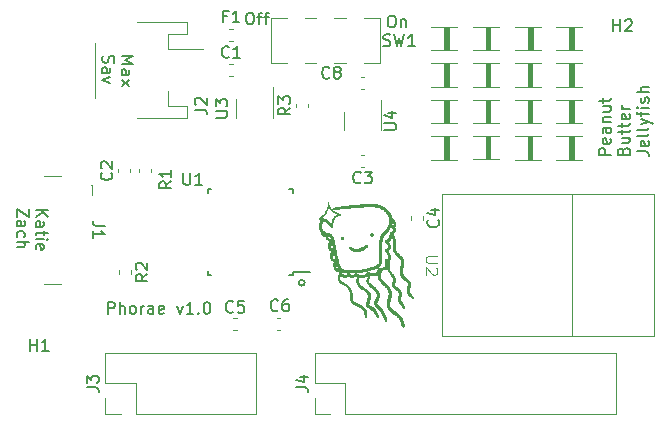
<source format=gbr>
%TF.GenerationSoftware,KiCad,Pcbnew,7.0.9*%
%TF.CreationDate,2024-02-03T21:53:43-08:00*%
%TF.ProjectId,Phorae_v1.0,50686f72-6165-45f7-9631-2e302e6b6963,rev?*%
%TF.SameCoordinates,Original*%
%TF.FileFunction,Legend,Top*%
%TF.FilePolarity,Positive*%
%FSLAX46Y46*%
G04 Gerber Fmt 4.6, Leading zero omitted, Abs format (unit mm)*
G04 Created by KiCad (PCBNEW 7.0.9) date 2024-02-03 21:53:43*
%MOMM*%
%LPD*%
G01*
G04 APERTURE LIST*
%ADD10C,0.150000*%
%ADD11C,0.100000*%
%ADD12C,0.120000*%
G04 APERTURE END LIST*
D10*
X66500000Y-90500000D02*
G75*
G03*
X66500000Y-90500000I-250000J0D01*
G01*
X43740180Y-84336779D02*
X44740180Y-84336779D01*
X43740180Y-84908207D02*
X44311609Y-84479636D01*
X44740180Y-84908207D02*
X44168752Y-84336779D01*
X43740180Y-85765350D02*
X44263990Y-85765350D01*
X44263990Y-85765350D02*
X44359228Y-85717731D01*
X44359228Y-85717731D02*
X44406847Y-85622493D01*
X44406847Y-85622493D02*
X44406847Y-85432017D01*
X44406847Y-85432017D02*
X44359228Y-85336779D01*
X43787800Y-85765350D02*
X43740180Y-85670112D01*
X43740180Y-85670112D02*
X43740180Y-85432017D01*
X43740180Y-85432017D02*
X43787800Y-85336779D01*
X43787800Y-85336779D02*
X43883038Y-85289160D01*
X43883038Y-85289160D02*
X43978276Y-85289160D01*
X43978276Y-85289160D02*
X44073514Y-85336779D01*
X44073514Y-85336779D02*
X44121133Y-85432017D01*
X44121133Y-85432017D02*
X44121133Y-85670112D01*
X44121133Y-85670112D02*
X44168752Y-85765350D01*
X44406847Y-86098684D02*
X44406847Y-86479636D01*
X44740180Y-86241541D02*
X43883038Y-86241541D01*
X43883038Y-86241541D02*
X43787800Y-86289160D01*
X43787800Y-86289160D02*
X43740180Y-86384398D01*
X43740180Y-86384398D02*
X43740180Y-86479636D01*
X43740180Y-86812970D02*
X44406847Y-86812970D01*
X44740180Y-86812970D02*
X44692561Y-86765351D01*
X44692561Y-86765351D02*
X44644942Y-86812970D01*
X44644942Y-86812970D02*
X44692561Y-86860589D01*
X44692561Y-86860589D02*
X44740180Y-86812970D01*
X44740180Y-86812970D02*
X44644942Y-86812970D01*
X43787800Y-87670112D02*
X43740180Y-87574874D01*
X43740180Y-87574874D02*
X43740180Y-87384398D01*
X43740180Y-87384398D02*
X43787800Y-87289160D01*
X43787800Y-87289160D02*
X43883038Y-87241541D01*
X43883038Y-87241541D02*
X44263990Y-87241541D01*
X44263990Y-87241541D02*
X44359228Y-87289160D01*
X44359228Y-87289160D02*
X44406847Y-87384398D01*
X44406847Y-87384398D02*
X44406847Y-87574874D01*
X44406847Y-87574874D02*
X44359228Y-87670112D01*
X44359228Y-87670112D02*
X44263990Y-87717731D01*
X44263990Y-87717731D02*
X44168752Y-87717731D01*
X44168752Y-87717731D02*
X44073514Y-87241541D01*
X43130180Y-84241541D02*
X43130180Y-84908207D01*
X43130180Y-84908207D02*
X42130180Y-84241541D01*
X42130180Y-84241541D02*
X42130180Y-84908207D01*
X42130180Y-85717731D02*
X42653990Y-85717731D01*
X42653990Y-85717731D02*
X42749228Y-85670112D01*
X42749228Y-85670112D02*
X42796847Y-85574874D01*
X42796847Y-85574874D02*
X42796847Y-85384398D01*
X42796847Y-85384398D02*
X42749228Y-85289160D01*
X42177800Y-85717731D02*
X42130180Y-85622493D01*
X42130180Y-85622493D02*
X42130180Y-85384398D01*
X42130180Y-85384398D02*
X42177800Y-85289160D01*
X42177800Y-85289160D02*
X42273038Y-85241541D01*
X42273038Y-85241541D02*
X42368276Y-85241541D01*
X42368276Y-85241541D02*
X42463514Y-85289160D01*
X42463514Y-85289160D02*
X42511133Y-85384398D01*
X42511133Y-85384398D02*
X42511133Y-85622493D01*
X42511133Y-85622493D02*
X42558752Y-85717731D01*
X42177800Y-86622493D02*
X42130180Y-86527255D01*
X42130180Y-86527255D02*
X42130180Y-86336779D01*
X42130180Y-86336779D02*
X42177800Y-86241541D01*
X42177800Y-86241541D02*
X42225419Y-86193922D01*
X42225419Y-86193922D02*
X42320657Y-86146303D01*
X42320657Y-86146303D02*
X42606371Y-86146303D01*
X42606371Y-86146303D02*
X42701609Y-86193922D01*
X42701609Y-86193922D02*
X42749228Y-86241541D01*
X42749228Y-86241541D02*
X42796847Y-86336779D01*
X42796847Y-86336779D02*
X42796847Y-86527255D01*
X42796847Y-86527255D02*
X42749228Y-86622493D01*
X42130180Y-87051065D02*
X43130180Y-87051065D01*
X42130180Y-87479636D02*
X42653990Y-87479636D01*
X42653990Y-87479636D02*
X42749228Y-87432017D01*
X42749228Y-87432017D02*
X42796847Y-87336779D01*
X42796847Y-87336779D02*
X42796847Y-87193922D01*
X42796847Y-87193922D02*
X42749228Y-87098684D01*
X42749228Y-87098684D02*
X42701609Y-87051065D01*
X92399819Y-79663220D02*
X91399819Y-79663220D01*
X91399819Y-79663220D02*
X91399819Y-79282268D01*
X91399819Y-79282268D02*
X91447438Y-79187030D01*
X91447438Y-79187030D02*
X91495057Y-79139411D01*
X91495057Y-79139411D02*
X91590295Y-79091792D01*
X91590295Y-79091792D02*
X91733152Y-79091792D01*
X91733152Y-79091792D02*
X91828390Y-79139411D01*
X91828390Y-79139411D02*
X91876009Y-79187030D01*
X91876009Y-79187030D02*
X91923628Y-79282268D01*
X91923628Y-79282268D02*
X91923628Y-79663220D01*
X92352200Y-78282268D02*
X92399819Y-78377506D01*
X92399819Y-78377506D02*
X92399819Y-78567982D01*
X92399819Y-78567982D02*
X92352200Y-78663220D01*
X92352200Y-78663220D02*
X92256961Y-78710839D01*
X92256961Y-78710839D02*
X91876009Y-78710839D01*
X91876009Y-78710839D02*
X91780771Y-78663220D01*
X91780771Y-78663220D02*
X91733152Y-78567982D01*
X91733152Y-78567982D02*
X91733152Y-78377506D01*
X91733152Y-78377506D02*
X91780771Y-78282268D01*
X91780771Y-78282268D02*
X91876009Y-78234649D01*
X91876009Y-78234649D02*
X91971247Y-78234649D01*
X91971247Y-78234649D02*
X92066485Y-78710839D01*
X92399819Y-77377506D02*
X91876009Y-77377506D01*
X91876009Y-77377506D02*
X91780771Y-77425125D01*
X91780771Y-77425125D02*
X91733152Y-77520363D01*
X91733152Y-77520363D02*
X91733152Y-77710839D01*
X91733152Y-77710839D02*
X91780771Y-77806077D01*
X92352200Y-77377506D02*
X92399819Y-77472744D01*
X92399819Y-77472744D02*
X92399819Y-77710839D01*
X92399819Y-77710839D02*
X92352200Y-77806077D01*
X92352200Y-77806077D02*
X92256961Y-77853696D01*
X92256961Y-77853696D02*
X92161723Y-77853696D01*
X92161723Y-77853696D02*
X92066485Y-77806077D01*
X92066485Y-77806077D02*
X92018866Y-77710839D01*
X92018866Y-77710839D02*
X92018866Y-77472744D01*
X92018866Y-77472744D02*
X91971247Y-77377506D01*
X91733152Y-76901315D02*
X92399819Y-76901315D01*
X91828390Y-76901315D02*
X91780771Y-76853696D01*
X91780771Y-76853696D02*
X91733152Y-76758458D01*
X91733152Y-76758458D02*
X91733152Y-76615601D01*
X91733152Y-76615601D02*
X91780771Y-76520363D01*
X91780771Y-76520363D02*
X91876009Y-76472744D01*
X91876009Y-76472744D02*
X92399819Y-76472744D01*
X91733152Y-75567982D02*
X92399819Y-75567982D01*
X91733152Y-75996553D02*
X92256961Y-75996553D01*
X92256961Y-75996553D02*
X92352200Y-75948934D01*
X92352200Y-75948934D02*
X92399819Y-75853696D01*
X92399819Y-75853696D02*
X92399819Y-75710839D01*
X92399819Y-75710839D02*
X92352200Y-75615601D01*
X92352200Y-75615601D02*
X92304580Y-75567982D01*
X91733152Y-75234648D02*
X91733152Y-74853696D01*
X91399819Y-75091791D02*
X92256961Y-75091791D01*
X92256961Y-75091791D02*
X92352200Y-75044172D01*
X92352200Y-75044172D02*
X92399819Y-74948934D01*
X92399819Y-74948934D02*
X92399819Y-74853696D01*
X93486009Y-79329887D02*
X93533628Y-79187030D01*
X93533628Y-79187030D02*
X93581247Y-79139411D01*
X93581247Y-79139411D02*
X93676485Y-79091792D01*
X93676485Y-79091792D02*
X93819342Y-79091792D01*
X93819342Y-79091792D02*
X93914580Y-79139411D01*
X93914580Y-79139411D02*
X93962200Y-79187030D01*
X93962200Y-79187030D02*
X94009819Y-79282268D01*
X94009819Y-79282268D02*
X94009819Y-79663220D01*
X94009819Y-79663220D02*
X93009819Y-79663220D01*
X93009819Y-79663220D02*
X93009819Y-79329887D01*
X93009819Y-79329887D02*
X93057438Y-79234649D01*
X93057438Y-79234649D02*
X93105057Y-79187030D01*
X93105057Y-79187030D02*
X93200295Y-79139411D01*
X93200295Y-79139411D02*
X93295533Y-79139411D01*
X93295533Y-79139411D02*
X93390771Y-79187030D01*
X93390771Y-79187030D02*
X93438390Y-79234649D01*
X93438390Y-79234649D02*
X93486009Y-79329887D01*
X93486009Y-79329887D02*
X93486009Y-79663220D01*
X93343152Y-78234649D02*
X94009819Y-78234649D01*
X93343152Y-78663220D02*
X93866961Y-78663220D01*
X93866961Y-78663220D02*
X93962200Y-78615601D01*
X93962200Y-78615601D02*
X94009819Y-78520363D01*
X94009819Y-78520363D02*
X94009819Y-78377506D01*
X94009819Y-78377506D02*
X93962200Y-78282268D01*
X93962200Y-78282268D02*
X93914580Y-78234649D01*
X93343152Y-77901315D02*
X93343152Y-77520363D01*
X93009819Y-77758458D02*
X93866961Y-77758458D01*
X93866961Y-77758458D02*
X93962200Y-77710839D01*
X93962200Y-77710839D02*
X94009819Y-77615601D01*
X94009819Y-77615601D02*
X94009819Y-77520363D01*
X93343152Y-77329886D02*
X93343152Y-76948934D01*
X93009819Y-77187029D02*
X93866961Y-77187029D01*
X93866961Y-77187029D02*
X93962200Y-77139410D01*
X93962200Y-77139410D02*
X94009819Y-77044172D01*
X94009819Y-77044172D02*
X94009819Y-76948934D01*
X93962200Y-76234648D02*
X94009819Y-76329886D01*
X94009819Y-76329886D02*
X94009819Y-76520362D01*
X94009819Y-76520362D02*
X93962200Y-76615600D01*
X93962200Y-76615600D02*
X93866961Y-76663219D01*
X93866961Y-76663219D02*
X93486009Y-76663219D01*
X93486009Y-76663219D02*
X93390771Y-76615600D01*
X93390771Y-76615600D02*
X93343152Y-76520362D01*
X93343152Y-76520362D02*
X93343152Y-76329886D01*
X93343152Y-76329886D02*
X93390771Y-76234648D01*
X93390771Y-76234648D02*
X93486009Y-76187029D01*
X93486009Y-76187029D02*
X93581247Y-76187029D01*
X93581247Y-76187029D02*
X93676485Y-76663219D01*
X94009819Y-75758457D02*
X93343152Y-75758457D01*
X93533628Y-75758457D02*
X93438390Y-75710838D01*
X93438390Y-75710838D02*
X93390771Y-75663219D01*
X93390771Y-75663219D02*
X93343152Y-75567981D01*
X93343152Y-75567981D02*
X93343152Y-75472743D01*
X94619819Y-79377506D02*
X95334104Y-79377506D01*
X95334104Y-79377506D02*
X95476961Y-79425125D01*
X95476961Y-79425125D02*
X95572200Y-79520363D01*
X95572200Y-79520363D02*
X95619819Y-79663220D01*
X95619819Y-79663220D02*
X95619819Y-79758458D01*
X95572200Y-78520363D02*
X95619819Y-78615601D01*
X95619819Y-78615601D02*
X95619819Y-78806077D01*
X95619819Y-78806077D02*
X95572200Y-78901315D01*
X95572200Y-78901315D02*
X95476961Y-78948934D01*
X95476961Y-78948934D02*
X95096009Y-78948934D01*
X95096009Y-78948934D02*
X95000771Y-78901315D01*
X95000771Y-78901315D02*
X94953152Y-78806077D01*
X94953152Y-78806077D02*
X94953152Y-78615601D01*
X94953152Y-78615601D02*
X95000771Y-78520363D01*
X95000771Y-78520363D02*
X95096009Y-78472744D01*
X95096009Y-78472744D02*
X95191247Y-78472744D01*
X95191247Y-78472744D02*
X95286485Y-78948934D01*
X95619819Y-77901315D02*
X95572200Y-77996553D01*
X95572200Y-77996553D02*
X95476961Y-78044172D01*
X95476961Y-78044172D02*
X94619819Y-78044172D01*
X95619819Y-77377505D02*
X95572200Y-77472743D01*
X95572200Y-77472743D02*
X95476961Y-77520362D01*
X95476961Y-77520362D02*
X94619819Y-77520362D01*
X94953152Y-77091790D02*
X95619819Y-76853695D01*
X94953152Y-76615600D02*
X95619819Y-76853695D01*
X95619819Y-76853695D02*
X95857914Y-76948933D01*
X95857914Y-76948933D02*
X95905533Y-76996552D01*
X95905533Y-76996552D02*
X95953152Y-77091790D01*
X94953152Y-76377504D02*
X94953152Y-75996552D01*
X95619819Y-76234647D02*
X94762676Y-76234647D01*
X94762676Y-76234647D02*
X94667438Y-76187028D01*
X94667438Y-76187028D02*
X94619819Y-76091790D01*
X94619819Y-76091790D02*
X94619819Y-75996552D01*
X95619819Y-75663218D02*
X94953152Y-75663218D01*
X94619819Y-75663218D02*
X94667438Y-75710837D01*
X94667438Y-75710837D02*
X94715057Y-75663218D01*
X94715057Y-75663218D02*
X94667438Y-75615599D01*
X94667438Y-75615599D02*
X94619819Y-75663218D01*
X94619819Y-75663218D02*
X94715057Y-75663218D01*
X95572200Y-75234647D02*
X95619819Y-75139409D01*
X95619819Y-75139409D02*
X95619819Y-74948933D01*
X95619819Y-74948933D02*
X95572200Y-74853695D01*
X95572200Y-74853695D02*
X95476961Y-74806076D01*
X95476961Y-74806076D02*
X95429342Y-74806076D01*
X95429342Y-74806076D02*
X95334104Y-74853695D01*
X95334104Y-74853695D02*
X95286485Y-74948933D01*
X95286485Y-74948933D02*
X95286485Y-75091790D01*
X95286485Y-75091790D02*
X95238866Y-75187028D01*
X95238866Y-75187028D02*
X95143628Y-75234647D01*
X95143628Y-75234647D02*
X95096009Y-75234647D01*
X95096009Y-75234647D02*
X95000771Y-75187028D01*
X95000771Y-75187028D02*
X94953152Y-75091790D01*
X94953152Y-75091790D02*
X94953152Y-74948933D01*
X94953152Y-74948933D02*
X95000771Y-74853695D01*
X95619819Y-74377504D02*
X94619819Y-74377504D01*
X95619819Y-73948933D02*
X95096009Y-73948933D01*
X95096009Y-73948933D02*
X95000771Y-73996552D01*
X95000771Y-73996552D02*
X94953152Y-74091790D01*
X94953152Y-74091790D02*
X94953152Y-74234647D01*
X94953152Y-74234647D02*
X95000771Y-74329885D01*
X95000771Y-74329885D02*
X95048390Y-74377504D01*
X73777255Y-67869819D02*
X73967731Y-67869819D01*
X73967731Y-67869819D02*
X74062969Y-67917438D01*
X74062969Y-67917438D02*
X74158207Y-68012676D01*
X74158207Y-68012676D02*
X74205826Y-68203152D01*
X74205826Y-68203152D02*
X74205826Y-68536485D01*
X74205826Y-68536485D02*
X74158207Y-68726961D01*
X74158207Y-68726961D02*
X74062969Y-68822200D01*
X74062969Y-68822200D02*
X73967731Y-68869819D01*
X73967731Y-68869819D02*
X73777255Y-68869819D01*
X73777255Y-68869819D02*
X73682017Y-68822200D01*
X73682017Y-68822200D02*
X73586779Y-68726961D01*
X73586779Y-68726961D02*
X73539160Y-68536485D01*
X73539160Y-68536485D02*
X73539160Y-68203152D01*
X73539160Y-68203152D02*
X73586779Y-68012676D01*
X73586779Y-68012676D02*
X73682017Y-67917438D01*
X73682017Y-67917438D02*
X73777255Y-67869819D01*
X74634398Y-68203152D02*
X74634398Y-68869819D01*
X74634398Y-68298390D02*
X74682017Y-68250771D01*
X74682017Y-68250771D02*
X74777255Y-68203152D01*
X74777255Y-68203152D02*
X74920112Y-68203152D01*
X74920112Y-68203152D02*
X75015350Y-68250771D01*
X75015350Y-68250771D02*
X75062969Y-68346009D01*
X75062969Y-68346009D02*
X75062969Y-68869819D01*
X50990180Y-71336779D02*
X51990180Y-71336779D01*
X51990180Y-71336779D02*
X51275895Y-71670112D01*
X51275895Y-71670112D02*
X51990180Y-72003445D01*
X51990180Y-72003445D02*
X50990180Y-72003445D01*
X50990180Y-72908207D02*
X51513990Y-72908207D01*
X51513990Y-72908207D02*
X51609228Y-72860588D01*
X51609228Y-72860588D02*
X51656847Y-72765350D01*
X51656847Y-72765350D02*
X51656847Y-72574874D01*
X51656847Y-72574874D02*
X51609228Y-72479636D01*
X51037800Y-72908207D02*
X50990180Y-72812969D01*
X50990180Y-72812969D02*
X50990180Y-72574874D01*
X50990180Y-72574874D02*
X51037800Y-72479636D01*
X51037800Y-72479636D02*
X51133038Y-72432017D01*
X51133038Y-72432017D02*
X51228276Y-72432017D01*
X51228276Y-72432017D02*
X51323514Y-72479636D01*
X51323514Y-72479636D02*
X51371133Y-72574874D01*
X51371133Y-72574874D02*
X51371133Y-72812969D01*
X51371133Y-72812969D02*
X51418752Y-72908207D01*
X50990180Y-73289160D02*
X51656847Y-73812969D01*
X51656847Y-73289160D02*
X50990180Y-73812969D01*
X49427800Y-71289160D02*
X49380180Y-71432017D01*
X49380180Y-71432017D02*
X49380180Y-71670112D01*
X49380180Y-71670112D02*
X49427800Y-71765350D01*
X49427800Y-71765350D02*
X49475419Y-71812969D01*
X49475419Y-71812969D02*
X49570657Y-71860588D01*
X49570657Y-71860588D02*
X49665895Y-71860588D01*
X49665895Y-71860588D02*
X49761133Y-71812969D01*
X49761133Y-71812969D02*
X49808752Y-71765350D01*
X49808752Y-71765350D02*
X49856371Y-71670112D01*
X49856371Y-71670112D02*
X49903990Y-71479636D01*
X49903990Y-71479636D02*
X49951609Y-71384398D01*
X49951609Y-71384398D02*
X49999228Y-71336779D01*
X49999228Y-71336779D02*
X50094466Y-71289160D01*
X50094466Y-71289160D02*
X50189704Y-71289160D01*
X50189704Y-71289160D02*
X50284942Y-71336779D01*
X50284942Y-71336779D02*
X50332561Y-71384398D01*
X50332561Y-71384398D02*
X50380180Y-71479636D01*
X50380180Y-71479636D02*
X50380180Y-71717731D01*
X50380180Y-71717731D02*
X50332561Y-71860588D01*
X49380180Y-72717731D02*
X49903990Y-72717731D01*
X49903990Y-72717731D02*
X49999228Y-72670112D01*
X49999228Y-72670112D02*
X50046847Y-72574874D01*
X50046847Y-72574874D02*
X50046847Y-72384398D01*
X50046847Y-72384398D02*
X49999228Y-72289160D01*
X49427800Y-72717731D02*
X49380180Y-72622493D01*
X49380180Y-72622493D02*
X49380180Y-72384398D01*
X49380180Y-72384398D02*
X49427800Y-72289160D01*
X49427800Y-72289160D02*
X49523038Y-72241541D01*
X49523038Y-72241541D02*
X49618276Y-72241541D01*
X49618276Y-72241541D02*
X49713514Y-72289160D01*
X49713514Y-72289160D02*
X49761133Y-72384398D01*
X49761133Y-72384398D02*
X49761133Y-72622493D01*
X49761133Y-72622493D02*
X49808752Y-72717731D01*
X50046847Y-73098684D02*
X49380180Y-73336779D01*
X49380180Y-73336779D02*
X50046847Y-73574874D01*
X61777255Y-67619819D02*
X61967731Y-67619819D01*
X61967731Y-67619819D02*
X62062969Y-67667438D01*
X62062969Y-67667438D02*
X62158207Y-67762676D01*
X62158207Y-67762676D02*
X62205826Y-67953152D01*
X62205826Y-67953152D02*
X62205826Y-68286485D01*
X62205826Y-68286485D02*
X62158207Y-68476961D01*
X62158207Y-68476961D02*
X62062969Y-68572200D01*
X62062969Y-68572200D02*
X61967731Y-68619819D01*
X61967731Y-68619819D02*
X61777255Y-68619819D01*
X61777255Y-68619819D02*
X61682017Y-68572200D01*
X61682017Y-68572200D02*
X61586779Y-68476961D01*
X61586779Y-68476961D02*
X61539160Y-68286485D01*
X61539160Y-68286485D02*
X61539160Y-67953152D01*
X61539160Y-67953152D02*
X61586779Y-67762676D01*
X61586779Y-67762676D02*
X61682017Y-67667438D01*
X61682017Y-67667438D02*
X61777255Y-67619819D01*
X62491541Y-67953152D02*
X62872493Y-67953152D01*
X62634398Y-68619819D02*
X62634398Y-67762676D01*
X62634398Y-67762676D02*
X62682017Y-67667438D01*
X62682017Y-67667438D02*
X62777255Y-67619819D01*
X62777255Y-67619819D02*
X62872493Y-67619819D01*
X63062970Y-67953152D02*
X63443922Y-67953152D01*
X63205827Y-68619819D02*
X63205827Y-67762676D01*
X63205827Y-67762676D02*
X63253446Y-67667438D01*
X63253446Y-67667438D02*
X63348684Y-67619819D01*
X63348684Y-67619819D02*
X63443922Y-67619819D01*
X49836779Y-93119819D02*
X49836779Y-92119819D01*
X49836779Y-92119819D02*
X50217731Y-92119819D01*
X50217731Y-92119819D02*
X50312969Y-92167438D01*
X50312969Y-92167438D02*
X50360588Y-92215057D01*
X50360588Y-92215057D02*
X50408207Y-92310295D01*
X50408207Y-92310295D02*
X50408207Y-92453152D01*
X50408207Y-92453152D02*
X50360588Y-92548390D01*
X50360588Y-92548390D02*
X50312969Y-92596009D01*
X50312969Y-92596009D02*
X50217731Y-92643628D01*
X50217731Y-92643628D02*
X49836779Y-92643628D01*
X50836779Y-93119819D02*
X50836779Y-92119819D01*
X51265350Y-93119819D02*
X51265350Y-92596009D01*
X51265350Y-92596009D02*
X51217731Y-92500771D01*
X51217731Y-92500771D02*
X51122493Y-92453152D01*
X51122493Y-92453152D02*
X50979636Y-92453152D01*
X50979636Y-92453152D02*
X50884398Y-92500771D01*
X50884398Y-92500771D02*
X50836779Y-92548390D01*
X51884398Y-93119819D02*
X51789160Y-93072200D01*
X51789160Y-93072200D02*
X51741541Y-93024580D01*
X51741541Y-93024580D02*
X51693922Y-92929342D01*
X51693922Y-92929342D02*
X51693922Y-92643628D01*
X51693922Y-92643628D02*
X51741541Y-92548390D01*
X51741541Y-92548390D02*
X51789160Y-92500771D01*
X51789160Y-92500771D02*
X51884398Y-92453152D01*
X51884398Y-92453152D02*
X52027255Y-92453152D01*
X52027255Y-92453152D02*
X52122493Y-92500771D01*
X52122493Y-92500771D02*
X52170112Y-92548390D01*
X52170112Y-92548390D02*
X52217731Y-92643628D01*
X52217731Y-92643628D02*
X52217731Y-92929342D01*
X52217731Y-92929342D02*
X52170112Y-93024580D01*
X52170112Y-93024580D02*
X52122493Y-93072200D01*
X52122493Y-93072200D02*
X52027255Y-93119819D01*
X52027255Y-93119819D02*
X51884398Y-93119819D01*
X52646303Y-93119819D02*
X52646303Y-92453152D01*
X52646303Y-92643628D02*
X52693922Y-92548390D01*
X52693922Y-92548390D02*
X52741541Y-92500771D01*
X52741541Y-92500771D02*
X52836779Y-92453152D01*
X52836779Y-92453152D02*
X52932017Y-92453152D01*
X53693922Y-93119819D02*
X53693922Y-92596009D01*
X53693922Y-92596009D02*
X53646303Y-92500771D01*
X53646303Y-92500771D02*
X53551065Y-92453152D01*
X53551065Y-92453152D02*
X53360589Y-92453152D01*
X53360589Y-92453152D02*
X53265351Y-92500771D01*
X53693922Y-93072200D02*
X53598684Y-93119819D01*
X53598684Y-93119819D02*
X53360589Y-93119819D01*
X53360589Y-93119819D02*
X53265351Y-93072200D01*
X53265351Y-93072200D02*
X53217732Y-92976961D01*
X53217732Y-92976961D02*
X53217732Y-92881723D01*
X53217732Y-92881723D02*
X53265351Y-92786485D01*
X53265351Y-92786485D02*
X53360589Y-92738866D01*
X53360589Y-92738866D02*
X53598684Y-92738866D01*
X53598684Y-92738866D02*
X53693922Y-92691247D01*
X54551065Y-93072200D02*
X54455827Y-93119819D01*
X54455827Y-93119819D02*
X54265351Y-93119819D01*
X54265351Y-93119819D02*
X54170113Y-93072200D01*
X54170113Y-93072200D02*
X54122494Y-92976961D01*
X54122494Y-92976961D02*
X54122494Y-92596009D01*
X54122494Y-92596009D02*
X54170113Y-92500771D01*
X54170113Y-92500771D02*
X54265351Y-92453152D01*
X54265351Y-92453152D02*
X54455827Y-92453152D01*
X54455827Y-92453152D02*
X54551065Y-92500771D01*
X54551065Y-92500771D02*
X54598684Y-92596009D01*
X54598684Y-92596009D02*
X54598684Y-92691247D01*
X54598684Y-92691247D02*
X54122494Y-92786485D01*
X55693923Y-92453152D02*
X55932018Y-93119819D01*
X55932018Y-93119819D02*
X56170113Y-92453152D01*
X57074875Y-93119819D02*
X56503447Y-93119819D01*
X56789161Y-93119819D02*
X56789161Y-92119819D01*
X56789161Y-92119819D02*
X56693923Y-92262676D01*
X56693923Y-92262676D02*
X56598685Y-92357914D01*
X56598685Y-92357914D02*
X56503447Y-92405533D01*
X57503447Y-93024580D02*
X57551066Y-93072200D01*
X57551066Y-93072200D02*
X57503447Y-93119819D01*
X57503447Y-93119819D02*
X57455828Y-93072200D01*
X57455828Y-93072200D02*
X57503447Y-93024580D01*
X57503447Y-93024580D02*
X57503447Y-93119819D01*
X58170113Y-92119819D02*
X58265351Y-92119819D01*
X58265351Y-92119819D02*
X58360589Y-92167438D01*
X58360589Y-92167438D02*
X58408208Y-92215057D01*
X58408208Y-92215057D02*
X58455827Y-92310295D01*
X58455827Y-92310295D02*
X58503446Y-92500771D01*
X58503446Y-92500771D02*
X58503446Y-92738866D01*
X58503446Y-92738866D02*
X58455827Y-92929342D01*
X58455827Y-92929342D02*
X58408208Y-93024580D01*
X58408208Y-93024580D02*
X58360589Y-93072200D01*
X58360589Y-93072200D02*
X58265351Y-93119819D01*
X58265351Y-93119819D02*
X58170113Y-93119819D01*
X58170113Y-93119819D02*
X58074875Y-93072200D01*
X58074875Y-93072200D02*
X58027256Y-93024580D01*
X58027256Y-93024580D02*
X57979637Y-92929342D01*
X57979637Y-92929342D02*
X57932018Y-92738866D01*
X57932018Y-92738866D02*
X57932018Y-92500771D01*
X57932018Y-92500771D02*
X57979637Y-92310295D01*
X57979637Y-92310295D02*
X58027256Y-92215057D01*
X58027256Y-92215057D02*
X58074875Y-92167438D01*
X58074875Y-92167438D02*
X58170113Y-92119819D01*
X73254819Y-77561904D02*
X74064342Y-77561904D01*
X74064342Y-77561904D02*
X74159580Y-77514285D01*
X74159580Y-77514285D02*
X74207200Y-77466666D01*
X74207200Y-77466666D02*
X74254819Y-77371428D01*
X74254819Y-77371428D02*
X74254819Y-77180952D01*
X74254819Y-77180952D02*
X74207200Y-77085714D01*
X74207200Y-77085714D02*
X74159580Y-77038095D01*
X74159580Y-77038095D02*
X74064342Y-76990476D01*
X74064342Y-76990476D02*
X73254819Y-76990476D01*
X73588152Y-76085714D02*
X74254819Y-76085714D01*
X73207200Y-76323809D02*
X73921485Y-76561904D01*
X73921485Y-76561904D02*
X73921485Y-75942857D01*
X59916666Y-67931009D02*
X59583333Y-67931009D01*
X59583333Y-68454819D02*
X59583333Y-67454819D01*
X59583333Y-67454819D02*
X60059523Y-67454819D01*
X60964285Y-68454819D02*
X60392857Y-68454819D01*
X60678571Y-68454819D02*
X60678571Y-67454819D01*
X60678571Y-67454819D02*
X60583333Y-67597676D01*
X60583333Y-67597676D02*
X60488095Y-67692914D01*
X60488095Y-67692914D02*
X60392857Y-67740533D01*
X55204819Y-81916666D02*
X54728628Y-82249999D01*
X55204819Y-82488094D02*
X54204819Y-82488094D01*
X54204819Y-82488094D02*
X54204819Y-82107142D01*
X54204819Y-82107142D02*
X54252438Y-82011904D01*
X54252438Y-82011904D02*
X54300057Y-81964285D01*
X54300057Y-81964285D02*
X54395295Y-81916666D01*
X54395295Y-81916666D02*
X54538152Y-81916666D01*
X54538152Y-81916666D02*
X54633390Y-81964285D01*
X54633390Y-81964285D02*
X54681009Y-82011904D01*
X54681009Y-82011904D02*
X54728628Y-82107142D01*
X54728628Y-82107142D02*
X54728628Y-82488094D01*
X55204819Y-80964285D02*
X55204819Y-81535713D01*
X55204819Y-81249999D02*
X54204819Y-81249999D01*
X54204819Y-81249999D02*
X54347676Y-81345237D01*
X54347676Y-81345237D02*
X54442914Y-81440475D01*
X54442914Y-81440475D02*
X54490533Y-81535713D01*
X65794819Y-99353333D02*
X66509104Y-99353333D01*
X66509104Y-99353333D02*
X66651961Y-99400952D01*
X66651961Y-99400952D02*
X66747200Y-99496190D01*
X66747200Y-99496190D02*
X66794819Y-99639047D01*
X66794819Y-99639047D02*
X66794819Y-99734285D01*
X66128152Y-98448571D02*
X66794819Y-98448571D01*
X65747200Y-98686666D02*
X66461485Y-98924761D01*
X66461485Y-98924761D02*
X66461485Y-98305714D01*
X50129580Y-81166666D02*
X50177200Y-81214285D01*
X50177200Y-81214285D02*
X50224819Y-81357142D01*
X50224819Y-81357142D02*
X50224819Y-81452380D01*
X50224819Y-81452380D02*
X50177200Y-81595237D01*
X50177200Y-81595237D02*
X50081961Y-81690475D01*
X50081961Y-81690475D02*
X49986723Y-81738094D01*
X49986723Y-81738094D02*
X49796247Y-81785713D01*
X49796247Y-81785713D02*
X49653390Y-81785713D01*
X49653390Y-81785713D02*
X49462914Y-81738094D01*
X49462914Y-81738094D02*
X49367676Y-81690475D01*
X49367676Y-81690475D02*
X49272438Y-81595237D01*
X49272438Y-81595237D02*
X49224819Y-81452380D01*
X49224819Y-81452380D02*
X49224819Y-81357142D01*
X49224819Y-81357142D02*
X49272438Y-81214285D01*
X49272438Y-81214285D02*
X49320057Y-81166666D01*
X49320057Y-80785713D02*
X49272438Y-80738094D01*
X49272438Y-80738094D02*
X49224819Y-80642856D01*
X49224819Y-80642856D02*
X49224819Y-80404761D01*
X49224819Y-80404761D02*
X49272438Y-80309523D01*
X49272438Y-80309523D02*
X49320057Y-80261904D01*
X49320057Y-80261904D02*
X49415295Y-80214285D01*
X49415295Y-80214285D02*
X49510533Y-80214285D01*
X49510533Y-80214285D02*
X49653390Y-80261904D01*
X49653390Y-80261904D02*
X50224819Y-80833332D01*
X50224819Y-80833332D02*
X50224819Y-80214285D01*
X53184819Y-89766666D02*
X52708628Y-90099999D01*
X53184819Y-90338094D02*
X52184819Y-90338094D01*
X52184819Y-90338094D02*
X52184819Y-89957142D01*
X52184819Y-89957142D02*
X52232438Y-89861904D01*
X52232438Y-89861904D02*
X52280057Y-89814285D01*
X52280057Y-89814285D02*
X52375295Y-89766666D01*
X52375295Y-89766666D02*
X52518152Y-89766666D01*
X52518152Y-89766666D02*
X52613390Y-89814285D01*
X52613390Y-89814285D02*
X52661009Y-89861904D01*
X52661009Y-89861904D02*
X52708628Y-89957142D01*
X52708628Y-89957142D02*
X52708628Y-90338094D01*
X52280057Y-89385713D02*
X52232438Y-89338094D01*
X52232438Y-89338094D02*
X52184819Y-89242856D01*
X52184819Y-89242856D02*
X52184819Y-89004761D01*
X52184819Y-89004761D02*
X52232438Y-88909523D01*
X52232438Y-88909523D02*
X52280057Y-88861904D01*
X52280057Y-88861904D02*
X52375295Y-88814285D01*
X52375295Y-88814285D02*
X52470533Y-88814285D01*
X52470533Y-88814285D02*
X52613390Y-88861904D01*
X52613390Y-88861904D02*
X53184819Y-89433332D01*
X53184819Y-89433332D02*
X53184819Y-88814285D01*
X60083333Y-71359580D02*
X60035714Y-71407200D01*
X60035714Y-71407200D02*
X59892857Y-71454819D01*
X59892857Y-71454819D02*
X59797619Y-71454819D01*
X59797619Y-71454819D02*
X59654762Y-71407200D01*
X59654762Y-71407200D02*
X59559524Y-71311961D01*
X59559524Y-71311961D02*
X59511905Y-71216723D01*
X59511905Y-71216723D02*
X59464286Y-71026247D01*
X59464286Y-71026247D02*
X59464286Y-70883390D01*
X59464286Y-70883390D02*
X59511905Y-70692914D01*
X59511905Y-70692914D02*
X59559524Y-70597676D01*
X59559524Y-70597676D02*
X59654762Y-70502438D01*
X59654762Y-70502438D02*
X59797619Y-70454819D01*
X59797619Y-70454819D02*
X59892857Y-70454819D01*
X59892857Y-70454819D02*
X60035714Y-70502438D01*
X60035714Y-70502438D02*
X60083333Y-70550057D01*
X61035714Y-71454819D02*
X60464286Y-71454819D01*
X60750000Y-71454819D02*
X60750000Y-70454819D01*
X60750000Y-70454819D02*
X60654762Y-70597676D01*
X60654762Y-70597676D02*
X60559524Y-70692914D01*
X60559524Y-70692914D02*
X60464286Y-70740533D01*
X77789580Y-85166666D02*
X77837200Y-85214285D01*
X77837200Y-85214285D02*
X77884819Y-85357142D01*
X77884819Y-85357142D02*
X77884819Y-85452380D01*
X77884819Y-85452380D02*
X77837200Y-85595237D01*
X77837200Y-85595237D02*
X77741961Y-85690475D01*
X77741961Y-85690475D02*
X77646723Y-85738094D01*
X77646723Y-85738094D02*
X77456247Y-85785713D01*
X77456247Y-85785713D02*
X77313390Y-85785713D01*
X77313390Y-85785713D02*
X77122914Y-85738094D01*
X77122914Y-85738094D02*
X77027676Y-85690475D01*
X77027676Y-85690475D02*
X76932438Y-85595237D01*
X76932438Y-85595237D02*
X76884819Y-85452380D01*
X76884819Y-85452380D02*
X76884819Y-85357142D01*
X76884819Y-85357142D02*
X76932438Y-85214285D01*
X76932438Y-85214285D02*
X76980057Y-85166666D01*
X77218152Y-84309523D02*
X77884819Y-84309523D01*
X76837200Y-84547618D02*
X77551485Y-84785713D01*
X77551485Y-84785713D02*
X77551485Y-84166666D01*
X73166667Y-70407200D02*
X73309524Y-70454819D01*
X73309524Y-70454819D02*
X73547619Y-70454819D01*
X73547619Y-70454819D02*
X73642857Y-70407200D01*
X73642857Y-70407200D02*
X73690476Y-70359580D01*
X73690476Y-70359580D02*
X73738095Y-70264342D01*
X73738095Y-70264342D02*
X73738095Y-70169104D01*
X73738095Y-70169104D02*
X73690476Y-70073866D01*
X73690476Y-70073866D02*
X73642857Y-70026247D01*
X73642857Y-70026247D02*
X73547619Y-69978628D01*
X73547619Y-69978628D02*
X73357143Y-69931009D01*
X73357143Y-69931009D02*
X73261905Y-69883390D01*
X73261905Y-69883390D02*
X73214286Y-69835771D01*
X73214286Y-69835771D02*
X73166667Y-69740533D01*
X73166667Y-69740533D02*
X73166667Y-69645295D01*
X73166667Y-69645295D02*
X73214286Y-69550057D01*
X73214286Y-69550057D02*
X73261905Y-69502438D01*
X73261905Y-69502438D02*
X73357143Y-69454819D01*
X73357143Y-69454819D02*
X73595238Y-69454819D01*
X73595238Y-69454819D02*
X73738095Y-69502438D01*
X74071429Y-69454819D02*
X74309524Y-70454819D01*
X74309524Y-70454819D02*
X74500000Y-69740533D01*
X74500000Y-69740533D02*
X74690476Y-70454819D01*
X74690476Y-70454819D02*
X74928572Y-69454819D01*
X75833333Y-70454819D02*
X75261905Y-70454819D01*
X75547619Y-70454819D02*
X75547619Y-69454819D01*
X75547619Y-69454819D02*
X75452381Y-69597676D01*
X75452381Y-69597676D02*
X75357143Y-69692914D01*
X75357143Y-69692914D02*
X75261905Y-69740533D01*
X56238095Y-81204819D02*
X56238095Y-82014342D01*
X56238095Y-82014342D02*
X56285714Y-82109580D01*
X56285714Y-82109580D02*
X56333333Y-82157200D01*
X56333333Y-82157200D02*
X56428571Y-82204819D01*
X56428571Y-82204819D02*
X56619047Y-82204819D01*
X56619047Y-82204819D02*
X56714285Y-82157200D01*
X56714285Y-82157200D02*
X56761904Y-82109580D01*
X56761904Y-82109580D02*
X56809523Y-82014342D01*
X56809523Y-82014342D02*
X56809523Y-81204819D01*
X57809523Y-82204819D02*
X57238095Y-82204819D01*
X57523809Y-82204819D02*
X57523809Y-81204819D01*
X57523809Y-81204819D02*
X57428571Y-81347676D01*
X57428571Y-81347676D02*
X57333333Y-81442914D01*
X57333333Y-81442914D02*
X57238095Y-81490533D01*
X58954819Y-76511904D02*
X59764342Y-76511904D01*
X59764342Y-76511904D02*
X59859580Y-76464285D01*
X59859580Y-76464285D02*
X59907200Y-76416666D01*
X59907200Y-76416666D02*
X59954819Y-76321428D01*
X59954819Y-76321428D02*
X59954819Y-76130952D01*
X59954819Y-76130952D02*
X59907200Y-76035714D01*
X59907200Y-76035714D02*
X59859580Y-75988095D01*
X59859580Y-75988095D02*
X59764342Y-75940476D01*
X59764342Y-75940476D02*
X58954819Y-75940476D01*
X58954819Y-75559523D02*
X58954819Y-74940476D01*
X58954819Y-74940476D02*
X59335771Y-75273809D01*
X59335771Y-75273809D02*
X59335771Y-75130952D01*
X59335771Y-75130952D02*
X59383390Y-75035714D01*
X59383390Y-75035714D02*
X59431009Y-74988095D01*
X59431009Y-74988095D02*
X59526247Y-74940476D01*
X59526247Y-74940476D02*
X59764342Y-74940476D01*
X59764342Y-74940476D02*
X59859580Y-74988095D01*
X59859580Y-74988095D02*
X59907200Y-75035714D01*
X59907200Y-75035714D02*
X59954819Y-75130952D01*
X59954819Y-75130952D02*
X59954819Y-75416666D01*
X59954819Y-75416666D02*
X59907200Y-75511904D01*
X59907200Y-75511904D02*
X59859580Y-75559523D01*
D11*
X77729580Y-88238095D02*
X76920057Y-88238095D01*
X76920057Y-88238095D02*
X76824819Y-88285714D01*
X76824819Y-88285714D02*
X76777200Y-88333333D01*
X76777200Y-88333333D02*
X76729580Y-88428571D01*
X76729580Y-88428571D02*
X76729580Y-88619047D01*
X76729580Y-88619047D02*
X76777200Y-88714285D01*
X76777200Y-88714285D02*
X76824819Y-88761904D01*
X76824819Y-88761904D02*
X76920057Y-88809523D01*
X76920057Y-88809523D02*
X77729580Y-88809523D01*
X77634342Y-89238095D02*
X77681961Y-89285714D01*
X77681961Y-89285714D02*
X77729580Y-89380952D01*
X77729580Y-89380952D02*
X77729580Y-89619047D01*
X77729580Y-89619047D02*
X77681961Y-89714285D01*
X77681961Y-89714285D02*
X77634342Y-89761904D01*
X77634342Y-89761904D02*
X77539104Y-89809523D01*
X77539104Y-89809523D02*
X77443866Y-89809523D01*
X77443866Y-89809523D02*
X77301009Y-89761904D01*
X77301009Y-89761904D02*
X76729580Y-89190476D01*
X76729580Y-89190476D02*
X76729580Y-89809523D01*
D10*
X65274819Y-75666666D02*
X64798628Y-75999999D01*
X65274819Y-76238094D02*
X64274819Y-76238094D01*
X64274819Y-76238094D02*
X64274819Y-75857142D01*
X64274819Y-75857142D02*
X64322438Y-75761904D01*
X64322438Y-75761904D02*
X64370057Y-75714285D01*
X64370057Y-75714285D02*
X64465295Y-75666666D01*
X64465295Y-75666666D02*
X64608152Y-75666666D01*
X64608152Y-75666666D02*
X64703390Y-75714285D01*
X64703390Y-75714285D02*
X64751009Y-75761904D01*
X64751009Y-75761904D02*
X64798628Y-75857142D01*
X64798628Y-75857142D02*
X64798628Y-76238094D01*
X64274819Y-75333332D02*
X64274819Y-74714285D01*
X64274819Y-74714285D02*
X64655771Y-75047618D01*
X64655771Y-75047618D02*
X64655771Y-74904761D01*
X64655771Y-74904761D02*
X64703390Y-74809523D01*
X64703390Y-74809523D02*
X64751009Y-74761904D01*
X64751009Y-74761904D02*
X64846247Y-74714285D01*
X64846247Y-74714285D02*
X65084342Y-74714285D01*
X65084342Y-74714285D02*
X65179580Y-74761904D01*
X65179580Y-74761904D02*
X65227200Y-74809523D01*
X65227200Y-74809523D02*
X65274819Y-74904761D01*
X65274819Y-74904761D02*
X65274819Y-75190475D01*
X65274819Y-75190475D02*
X65227200Y-75285713D01*
X65227200Y-75285713D02*
X65179580Y-75333332D01*
X49560180Y-85666666D02*
X48845895Y-85666666D01*
X48845895Y-85666666D02*
X48703038Y-85619047D01*
X48703038Y-85619047D02*
X48607800Y-85523809D01*
X48607800Y-85523809D02*
X48560180Y-85380952D01*
X48560180Y-85380952D02*
X48560180Y-85285714D01*
X48560180Y-86666666D02*
X48560180Y-86095238D01*
X48560180Y-86380952D02*
X49560180Y-86380952D01*
X49560180Y-86380952D02*
X49417323Y-86285714D01*
X49417323Y-86285714D02*
X49322085Y-86190476D01*
X49322085Y-86190476D02*
X49274466Y-86095238D01*
X68583333Y-73109580D02*
X68535714Y-73157200D01*
X68535714Y-73157200D02*
X68392857Y-73204819D01*
X68392857Y-73204819D02*
X68297619Y-73204819D01*
X68297619Y-73204819D02*
X68154762Y-73157200D01*
X68154762Y-73157200D02*
X68059524Y-73061961D01*
X68059524Y-73061961D02*
X68011905Y-72966723D01*
X68011905Y-72966723D02*
X67964286Y-72776247D01*
X67964286Y-72776247D02*
X67964286Y-72633390D01*
X67964286Y-72633390D02*
X68011905Y-72442914D01*
X68011905Y-72442914D02*
X68059524Y-72347676D01*
X68059524Y-72347676D02*
X68154762Y-72252438D01*
X68154762Y-72252438D02*
X68297619Y-72204819D01*
X68297619Y-72204819D02*
X68392857Y-72204819D01*
X68392857Y-72204819D02*
X68535714Y-72252438D01*
X68535714Y-72252438D02*
X68583333Y-72300057D01*
X69154762Y-72633390D02*
X69059524Y-72585771D01*
X69059524Y-72585771D02*
X69011905Y-72538152D01*
X69011905Y-72538152D02*
X68964286Y-72442914D01*
X68964286Y-72442914D02*
X68964286Y-72395295D01*
X68964286Y-72395295D02*
X69011905Y-72300057D01*
X69011905Y-72300057D02*
X69059524Y-72252438D01*
X69059524Y-72252438D02*
X69154762Y-72204819D01*
X69154762Y-72204819D02*
X69345238Y-72204819D01*
X69345238Y-72204819D02*
X69440476Y-72252438D01*
X69440476Y-72252438D02*
X69488095Y-72300057D01*
X69488095Y-72300057D02*
X69535714Y-72395295D01*
X69535714Y-72395295D02*
X69535714Y-72442914D01*
X69535714Y-72442914D02*
X69488095Y-72538152D01*
X69488095Y-72538152D02*
X69440476Y-72585771D01*
X69440476Y-72585771D02*
X69345238Y-72633390D01*
X69345238Y-72633390D02*
X69154762Y-72633390D01*
X69154762Y-72633390D02*
X69059524Y-72681009D01*
X69059524Y-72681009D02*
X69011905Y-72728628D01*
X69011905Y-72728628D02*
X68964286Y-72823866D01*
X68964286Y-72823866D02*
X68964286Y-73014342D01*
X68964286Y-73014342D02*
X69011905Y-73109580D01*
X69011905Y-73109580D02*
X69059524Y-73157200D01*
X69059524Y-73157200D02*
X69154762Y-73204819D01*
X69154762Y-73204819D02*
X69345238Y-73204819D01*
X69345238Y-73204819D02*
X69440476Y-73157200D01*
X69440476Y-73157200D02*
X69488095Y-73109580D01*
X69488095Y-73109580D02*
X69535714Y-73014342D01*
X69535714Y-73014342D02*
X69535714Y-72823866D01*
X69535714Y-72823866D02*
X69488095Y-72728628D01*
X69488095Y-72728628D02*
X69440476Y-72681009D01*
X69440476Y-72681009D02*
X69345238Y-72633390D01*
X71233333Y-81989580D02*
X71185714Y-82037200D01*
X71185714Y-82037200D02*
X71042857Y-82084819D01*
X71042857Y-82084819D02*
X70947619Y-82084819D01*
X70947619Y-82084819D02*
X70804762Y-82037200D01*
X70804762Y-82037200D02*
X70709524Y-81941961D01*
X70709524Y-81941961D02*
X70661905Y-81846723D01*
X70661905Y-81846723D02*
X70614286Y-81656247D01*
X70614286Y-81656247D02*
X70614286Y-81513390D01*
X70614286Y-81513390D02*
X70661905Y-81322914D01*
X70661905Y-81322914D02*
X70709524Y-81227676D01*
X70709524Y-81227676D02*
X70804762Y-81132438D01*
X70804762Y-81132438D02*
X70947619Y-81084819D01*
X70947619Y-81084819D02*
X71042857Y-81084819D01*
X71042857Y-81084819D02*
X71185714Y-81132438D01*
X71185714Y-81132438D02*
X71233333Y-81180057D01*
X71566667Y-81084819D02*
X72185714Y-81084819D01*
X72185714Y-81084819D02*
X71852381Y-81465771D01*
X71852381Y-81465771D02*
X71995238Y-81465771D01*
X71995238Y-81465771D02*
X72090476Y-81513390D01*
X72090476Y-81513390D02*
X72138095Y-81561009D01*
X72138095Y-81561009D02*
X72185714Y-81656247D01*
X72185714Y-81656247D02*
X72185714Y-81894342D01*
X72185714Y-81894342D02*
X72138095Y-81989580D01*
X72138095Y-81989580D02*
X72090476Y-82037200D01*
X72090476Y-82037200D02*
X71995238Y-82084819D01*
X71995238Y-82084819D02*
X71709524Y-82084819D01*
X71709524Y-82084819D02*
X71614286Y-82037200D01*
X71614286Y-82037200D02*
X71566667Y-81989580D01*
X60433333Y-92929580D02*
X60385714Y-92977200D01*
X60385714Y-92977200D02*
X60242857Y-93024819D01*
X60242857Y-93024819D02*
X60147619Y-93024819D01*
X60147619Y-93024819D02*
X60004762Y-92977200D01*
X60004762Y-92977200D02*
X59909524Y-92881961D01*
X59909524Y-92881961D02*
X59861905Y-92786723D01*
X59861905Y-92786723D02*
X59814286Y-92596247D01*
X59814286Y-92596247D02*
X59814286Y-92453390D01*
X59814286Y-92453390D02*
X59861905Y-92262914D01*
X59861905Y-92262914D02*
X59909524Y-92167676D01*
X59909524Y-92167676D02*
X60004762Y-92072438D01*
X60004762Y-92072438D02*
X60147619Y-92024819D01*
X60147619Y-92024819D02*
X60242857Y-92024819D01*
X60242857Y-92024819D02*
X60385714Y-92072438D01*
X60385714Y-92072438D02*
X60433333Y-92120057D01*
X61338095Y-92024819D02*
X60861905Y-92024819D01*
X60861905Y-92024819D02*
X60814286Y-92501009D01*
X60814286Y-92501009D02*
X60861905Y-92453390D01*
X60861905Y-92453390D02*
X60957143Y-92405771D01*
X60957143Y-92405771D02*
X61195238Y-92405771D01*
X61195238Y-92405771D02*
X61290476Y-92453390D01*
X61290476Y-92453390D02*
X61338095Y-92501009D01*
X61338095Y-92501009D02*
X61385714Y-92596247D01*
X61385714Y-92596247D02*
X61385714Y-92834342D01*
X61385714Y-92834342D02*
X61338095Y-92929580D01*
X61338095Y-92929580D02*
X61290476Y-92977200D01*
X61290476Y-92977200D02*
X61195238Y-93024819D01*
X61195238Y-93024819D02*
X60957143Y-93024819D01*
X60957143Y-93024819D02*
X60861905Y-92977200D01*
X60861905Y-92977200D02*
X60814286Y-92929580D01*
X92638095Y-69204819D02*
X92638095Y-68204819D01*
X92638095Y-68681009D02*
X93209523Y-68681009D01*
X93209523Y-69204819D02*
X93209523Y-68204819D01*
X93638095Y-68300057D02*
X93685714Y-68252438D01*
X93685714Y-68252438D02*
X93780952Y-68204819D01*
X93780952Y-68204819D02*
X94019047Y-68204819D01*
X94019047Y-68204819D02*
X94114285Y-68252438D01*
X94114285Y-68252438D02*
X94161904Y-68300057D01*
X94161904Y-68300057D02*
X94209523Y-68395295D01*
X94209523Y-68395295D02*
X94209523Y-68490533D01*
X94209523Y-68490533D02*
X94161904Y-68633390D01*
X94161904Y-68633390D02*
X93590476Y-69204819D01*
X93590476Y-69204819D02*
X94209523Y-69204819D01*
X48044819Y-99353333D02*
X48759104Y-99353333D01*
X48759104Y-99353333D02*
X48901961Y-99400952D01*
X48901961Y-99400952D02*
X48997200Y-99496190D01*
X48997200Y-99496190D02*
X49044819Y-99639047D01*
X49044819Y-99639047D02*
X49044819Y-99734285D01*
X48044819Y-98972380D02*
X48044819Y-98353333D01*
X48044819Y-98353333D02*
X48425771Y-98686666D01*
X48425771Y-98686666D02*
X48425771Y-98543809D01*
X48425771Y-98543809D02*
X48473390Y-98448571D01*
X48473390Y-98448571D02*
X48521009Y-98400952D01*
X48521009Y-98400952D02*
X48616247Y-98353333D01*
X48616247Y-98353333D02*
X48854342Y-98353333D01*
X48854342Y-98353333D02*
X48949580Y-98400952D01*
X48949580Y-98400952D02*
X48997200Y-98448571D01*
X48997200Y-98448571D02*
X49044819Y-98543809D01*
X49044819Y-98543809D02*
X49044819Y-98829523D01*
X49044819Y-98829523D02*
X48997200Y-98924761D01*
X48997200Y-98924761D02*
X48949580Y-98972380D01*
X64233333Y-92809580D02*
X64185714Y-92857200D01*
X64185714Y-92857200D02*
X64042857Y-92904819D01*
X64042857Y-92904819D02*
X63947619Y-92904819D01*
X63947619Y-92904819D02*
X63804762Y-92857200D01*
X63804762Y-92857200D02*
X63709524Y-92761961D01*
X63709524Y-92761961D02*
X63661905Y-92666723D01*
X63661905Y-92666723D02*
X63614286Y-92476247D01*
X63614286Y-92476247D02*
X63614286Y-92333390D01*
X63614286Y-92333390D02*
X63661905Y-92142914D01*
X63661905Y-92142914D02*
X63709524Y-92047676D01*
X63709524Y-92047676D02*
X63804762Y-91952438D01*
X63804762Y-91952438D02*
X63947619Y-91904819D01*
X63947619Y-91904819D02*
X64042857Y-91904819D01*
X64042857Y-91904819D02*
X64185714Y-91952438D01*
X64185714Y-91952438D02*
X64233333Y-92000057D01*
X65090476Y-91904819D02*
X64900000Y-91904819D01*
X64900000Y-91904819D02*
X64804762Y-91952438D01*
X64804762Y-91952438D02*
X64757143Y-92000057D01*
X64757143Y-92000057D02*
X64661905Y-92142914D01*
X64661905Y-92142914D02*
X64614286Y-92333390D01*
X64614286Y-92333390D02*
X64614286Y-92714342D01*
X64614286Y-92714342D02*
X64661905Y-92809580D01*
X64661905Y-92809580D02*
X64709524Y-92857200D01*
X64709524Y-92857200D02*
X64804762Y-92904819D01*
X64804762Y-92904819D02*
X64995238Y-92904819D01*
X64995238Y-92904819D02*
X65090476Y-92857200D01*
X65090476Y-92857200D02*
X65138095Y-92809580D01*
X65138095Y-92809580D02*
X65185714Y-92714342D01*
X65185714Y-92714342D02*
X65185714Y-92476247D01*
X65185714Y-92476247D02*
X65138095Y-92381009D01*
X65138095Y-92381009D02*
X65090476Y-92333390D01*
X65090476Y-92333390D02*
X64995238Y-92285771D01*
X64995238Y-92285771D02*
X64804762Y-92285771D01*
X64804762Y-92285771D02*
X64709524Y-92333390D01*
X64709524Y-92333390D02*
X64661905Y-92381009D01*
X64661905Y-92381009D02*
X64614286Y-92476247D01*
X43238095Y-96254819D02*
X43238095Y-95254819D01*
X43238095Y-95731009D02*
X43809523Y-95731009D01*
X43809523Y-96254819D02*
X43809523Y-95254819D01*
X44809523Y-96254819D02*
X44238095Y-96254819D01*
X44523809Y-96254819D02*
X44523809Y-95254819D01*
X44523809Y-95254819D02*
X44428571Y-95397676D01*
X44428571Y-95397676D02*
X44333333Y-95492914D01*
X44333333Y-95492914D02*
X44238095Y-95540533D01*
X57204819Y-75833333D02*
X57919104Y-75833333D01*
X57919104Y-75833333D02*
X58061961Y-75880952D01*
X58061961Y-75880952D02*
X58157200Y-75976190D01*
X58157200Y-75976190D02*
X58204819Y-76119047D01*
X58204819Y-76119047D02*
X58204819Y-76214285D01*
X57300057Y-75404761D02*
X57252438Y-75357142D01*
X57252438Y-75357142D02*
X57204819Y-75261904D01*
X57204819Y-75261904D02*
X57204819Y-75023809D01*
X57204819Y-75023809D02*
X57252438Y-74928571D01*
X57252438Y-74928571D02*
X57300057Y-74880952D01*
X57300057Y-74880952D02*
X57395295Y-74833333D01*
X57395295Y-74833333D02*
X57490533Y-74833333D01*
X57490533Y-74833333D02*
X57633390Y-74880952D01*
X57633390Y-74880952D02*
X58204819Y-75452380D01*
X58204819Y-75452380D02*
X58204819Y-74833333D01*
D12*
%TO.C,U4*%
X72960000Y-76800000D02*
X72960000Y-75000000D01*
X72960000Y-76800000D02*
X72960000Y-77600000D01*
X69840000Y-76800000D02*
X69840000Y-76000000D01*
X69840000Y-76800000D02*
X69840000Y-77600000D01*
%TO.C,F1*%
X60396267Y-70010000D02*
X60103733Y-70010000D01*
X60396267Y-68990000D02*
X60103733Y-68990000D01*
D11*
%TO.C,D15*%
X87800000Y-78100000D02*
X90000000Y-78100000D01*
X87800000Y-80100000D02*
X90000000Y-80100000D01*
X88900000Y-78100000D02*
X89300000Y-78100000D01*
X89300000Y-78100000D02*
X89300000Y-80100000D01*
X89300000Y-80100000D02*
X88900000Y-80100000D01*
X88900000Y-80100000D02*
X88900000Y-78100000D01*
G36*
X88900000Y-78100000D02*
G01*
X89300000Y-78100000D01*
X89300000Y-80100000D01*
X88900000Y-80100000D01*
X88900000Y-78100000D01*
G37*
D12*
%TO.C,R1*%
X52490000Y-81146267D02*
X52490000Y-80853733D01*
X53510000Y-81146267D02*
X53510000Y-80853733D01*
%TO.C,J4*%
X67340000Y-101620000D02*
X67340000Y-100290000D01*
X68670000Y-101620000D02*
X67340000Y-101620000D01*
X69940000Y-101620000D02*
X92860000Y-101620000D01*
X69940000Y-101620000D02*
X69940000Y-99020000D01*
X92860000Y-101620000D02*
X92860000Y-96420000D01*
X67340000Y-99020000D02*
X67340000Y-96420000D01*
X69940000Y-99020000D02*
X67340000Y-99020000D01*
X67340000Y-96420000D02*
X92860000Y-96420000D01*
%TO.C,C2*%
X50690000Y-81146267D02*
X50690000Y-80853733D01*
X51710000Y-81146267D02*
X51710000Y-80853733D01*
D11*
%TO.C,D2*%
X77210000Y-71900000D02*
X79410000Y-71900000D01*
X77210000Y-73900000D02*
X79410000Y-73900000D01*
X78310000Y-71900000D02*
X78710000Y-71900000D01*
X78710000Y-71900000D02*
X78710000Y-73900000D01*
X78710000Y-73900000D02*
X78310000Y-73900000D01*
X78310000Y-73900000D02*
X78310000Y-71900000D01*
G36*
X78310000Y-71900000D02*
G01*
X78710000Y-71900000D01*
X78710000Y-73900000D01*
X78310000Y-73900000D01*
X78310000Y-71900000D01*
G37*
D12*
%TO.C,R2*%
X51810000Y-89453733D02*
X51810000Y-89746267D01*
X50790000Y-89453733D02*
X50790000Y-89746267D01*
%TO.C,C1*%
X60396267Y-73010000D02*
X60103733Y-73010000D01*
X60396267Y-71990000D02*
X60103733Y-71990000D01*
%TO.C,C4*%
X76510000Y-84853733D02*
X76510000Y-85146267D01*
X75490000Y-84853733D02*
X75490000Y-85146267D01*
D11*
%TO.C,D13*%
X87800000Y-71900000D02*
X90000000Y-71900000D01*
X87800000Y-73900000D02*
X90000000Y-73900000D01*
X88900000Y-71900000D02*
X89300000Y-71900000D01*
X89300000Y-71900000D02*
X89300000Y-73900000D01*
X89300000Y-73900000D02*
X88900000Y-73900000D01*
X88900000Y-73900000D02*
X88900000Y-71900000D01*
G36*
X88900000Y-71900000D02*
G01*
X89300000Y-71900000D01*
X89300000Y-73900000D01*
X88900000Y-73900000D01*
X88900000Y-71900000D01*
G37*
%TO.C,D6*%
X80710000Y-75000000D02*
X82910000Y-75000000D01*
X80710000Y-77000000D02*
X82910000Y-77000000D01*
X81810000Y-75000000D02*
X82210000Y-75000000D01*
X82210000Y-75000000D02*
X82210000Y-77000000D01*
X82210000Y-77000000D02*
X81810000Y-77000000D01*
X81810000Y-77000000D02*
X81810000Y-75000000D01*
G36*
X81810000Y-75000000D02*
G01*
X82210000Y-75000000D01*
X82210000Y-77000000D01*
X81810000Y-77000000D01*
X81810000Y-75000000D01*
G37*
%TO.C,D8*%
X84310000Y-68800000D02*
X86510000Y-68800000D01*
X84310000Y-70800000D02*
X86510000Y-70800000D01*
X85410000Y-68800000D02*
X85810000Y-68800000D01*
X85810000Y-68800000D02*
X85810000Y-70800000D01*
X85810000Y-70800000D02*
X85410000Y-70800000D01*
X85410000Y-70800000D02*
X85410000Y-68800000D01*
G36*
X85410000Y-68800000D02*
G01*
X85810000Y-68800000D01*
X85810000Y-70800000D01*
X85410000Y-70800000D01*
X85410000Y-68800000D01*
G37*
D12*
%TO.C,SW1*%
X63640000Y-68040000D02*
X63640000Y-71860000D01*
X63640000Y-71860000D02*
X64990000Y-71860000D01*
X64990000Y-68040000D02*
X63640000Y-68040000D01*
X67490000Y-68040000D02*
X66510000Y-68040000D01*
X67490000Y-71860000D02*
X66510000Y-71860000D01*
X69990000Y-68040000D02*
X69010000Y-68040000D01*
X69990000Y-71860000D02*
X69010000Y-71860000D01*
X72860000Y-68040000D02*
X71510000Y-68040000D01*
X72860000Y-68040000D02*
X72860000Y-71860000D01*
X72860000Y-71860000D02*
X71510000Y-71860000D01*
D11*
%TO.C,D11*%
X84270000Y-78100000D02*
X86470000Y-78100000D01*
X84270000Y-80100000D02*
X86470000Y-80100000D01*
X85370000Y-78100000D02*
X85770000Y-78100000D01*
X85770000Y-78100000D02*
X85770000Y-80100000D01*
X85770000Y-80100000D02*
X85370000Y-80100000D01*
X85370000Y-80100000D02*
X85370000Y-78100000D01*
G36*
X85370000Y-78100000D02*
G01*
X85770000Y-78100000D01*
X85770000Y-80100000D01*
X85370000Y-80100000D01*
X85370000Y-78100000D01*
G37*
D10*
%TO.C,U1*%
X65525000Y-89825000D02*
X65525000Y-89600000D01*
X65525000Y-89825000D02*
X65200000Y-89825000D01*
X65525000Y-89600000D02*
X66950000Y-89600000D01*
X65525000Y-82575000D02*
X65525000Y-82900000D01*
X65525000Y-82575000D02*
X65200000Y-82575000D01*
X58275000Y-89825000D02*
X58600000Y-89825000D01*
X58275000Y-89825000D02*
X58275000Y-89500000D01*
X58275000Y-82575000D02*
X58600000Y-82575000D01*
X58275000Y-82575000D02*
X58275000Y-82900000D01*
D11*
%TO.C,D16*%
X77210000Y-78100000D02*
X79410000Y-78100000D01*
X77210000Y-80100000D02*
X79410000Y-80100000D01*
X78310000Y-78100000D02*
X78710000Y-78100000D01*
X78710000Y-78100000D02*
X78710000Y-80100000D01*
X78710000Y-80100000D02*
X78310000Y-80100000D01*
X78310000Y-80100000D02*
X78310000Y-78100000D01*
G36*
X78310000Y-78100000D02*
G01*
X78710000Y-78100000D01*
X78710000Y-80100000D01*
X78310000Y-80100000D01*
X78310000Y-78100000D01*
G37*
D12*
%TO.C,U3*%
X63810000Y-75750000D02*
X63810000Y-73950000D01*
X63810000Y-75750000D02*
X63810000Y-76550000D01*
X60690000Y-75750000D02*
X60690000Y-74950000D01*
X60690000Y-75750000D02*
X60690000Y-76550000D01*
D11*
%TO.C,U2*%
X89100000Y-83000000D02*
X89100000Y-95000000D01*
X78100000Y-83000000D02*
X96100000Y-83000000D01*
X96100000Y-83000000D02*
X96100000Y-95000000D01*
X96100000Y-95000000D02*
X78100000Y-95000000D01*
X78100000Y-95000000D02*
X78100000Y-83000000D01*
D12*
%TO.C,R3*%
X65740000Y-75646267D02*
X65740000Y-75353733D01*
X66760000Y-75646267D02*
X66760000Y-75353733D01*
D11*
%TO.C,D4*%
X80710000Y-68800000D02*
X82910000Y-68800000D01*
X80710000Y-70800000D02*
X82910000Y-70800000D01*
X81810000Y-68800000D02*
X82210000Y-68800000D01*
X82210000Y-68800000D02*
X82210000Y-70800000D01*
X82210000Y-70800000D02*
X81810000Y-70800000D01*
X81810000Y-70800000D02*
X81810000Y-68800000D01*
G36*
X81810000Y-68800000D02*
G01*
X82210000Y-68800000D01*
X82210000Y-70800000D01*
X81810000Y-70800000D01*
X81810000Y-68800000D01*
G37*
D12*
%TO.C,J1*%
X44435000Y-81420000D02*
X45845000Y-81420000D01*
X48515000Y-82240000D02*
X48365000Y-82240000D01*
X48515000Y-83040000D02*
X48515000Y-82240000D01*
X44435000Y-90580000D02*
X45845000Y-90580000D01*
D11*
%TO.C,D3*%
X77210000Y-75000000D02*
X79410000Y-75000000D01*
X77210000Y-77000000D02*
X79410000Y-77000000D01*
X78310000Y-75000000D02*
X78710000Y-75000000D01*
X78710000Y-75000000D02*
X78710000Y-77000000D01*
X78710000Y-77000000D02*
X78310000Y-77000000D01*
X78310000Y-77000000D02*
X78310000Y-75000000D01*
G36*
X78310000Y-75000000D02*
G01*
X78710000Y-75000000D01*
X78710000Y-77000000D01*
X78310000Y-77000000D01*
X78310000Y-75000000D01*
G37*
D12*
%TO.C,C8*%
X71253733Y-73090000D02*
X71546267Y-73090000D01*
X71253733Y-74110000D02*
X71546267Y-74110000D01*
%TO.C,C3*%
X71546267Y-80710000D02*
X71253733Y-80710000D01*
X71546267Y-79690000D02*
X71253733Y-79690000D01*
D11*
%TO.C,D1*%
X77210000Y-68800000D02*
X79410000Y-68800000D01*
X77210000Y-70800000D02*
X79410000Y-70800000D01*
X78310000Y-68800000D02*
X78710000Y-68800000D01*
X78710000Y-68800000D02*
X78710000Y-70800000D01*
X78710000Y-70800000D02*
X78310000Y-70800000D01*
X78310000Y-70800000D02*
X78310000Y-68800000D01*
G36*
X78310000Y-68800000D02*
G01*
X78710000Y-68800000D01*
X78710000Y-70800000D01*
X78310000Y-70800000D01*
X78310000Y-68800000D01*
G37*
D12*
%TO.C,C5*%
X60453733Y-93490000D02*
X60746267Y-93490000D01*
X60453733Y-94510000D02*
X60746267Y-94510000D01*
D11*
%TO.C,D10*%
X84270000Y-75000000D02*
X86470000Y-75000000D01*
X84270000Y-77000000D02*
X86470000Y-77000000D01*
X85370000Y-75000000D02*
X85770000Y-75000000D01*
X85770000Y-75000000D02*
X85770000Y-77000000D01*
X85770000Y-77000000D02*
X85370000Y-77000000D01*
X85370000Y-77000000D02*
X85370000Y-75000000D01*
G36*
X85370000Y-75000000D02*
G01*
X85770000Y-75000000D01*
X85770000Y-77000000D01*
X85370000Y-77000000D01*
X85370000Y-75000000D01*
G37*
D12*
%TO.C,J3*%
X49590000Y-101620000D02*
X49590000Y-100290000D01*
X50920000Y-101620000D02*
X49590000Y-101620000D01*
X52190000Y-101620000D02*
X62410000Y-101620000D01*
X52190000Y-101620000D02*
X52190000Y-99020000D01*
X62410000Y-101620000D02*
X62410000Y-96420000D01*
X49590000Y-99020000D02*
X49590000Y-96420000D01*
X52190000Y-99020000D02*
X49590000Y-99020000D01*
X49590000Y-96420000D02*
X62410000Y-96420000D01*
D11*
%TO.C,D12*%
X87810000Y-68800000D02*
X90010000Y-68800000D01*
X87810000Y-70800000D02*
X90010000Y-70800000D01*
X88910000Y-68800000D02*
X89310000Y-68800000D01*
X89310000Y-68800000D02*
X89310000Y-70800000D01*
X89310000Y-70800000D02*
X88910000Y-70800000D01*
X88910000Y-70800000D02*
X88910000Y-68800000D01*
G36*
X88910000Y-68800000D02*
G01*
X89310000Y-68800000D01*
X89310000Y-70800000D01*
X88910000Y-70800000D01*
X88910000Y-68800000D01*
G37*
D12*
%TO.C,C6*%
X64153733Y-93440000D02*
X64446267Y-93440000D01*
X64153733Y-94460000D02*
X64446267Y-94460000D01*
%TO.C,G\u002A\u002A\u002A*%
G36*
X69764730Y-86578420D02*
G01*
X69786728Y-86583193D01*
X69804367Y-86593756D01*
X69814821Y-86602908D01*
X69838517Y-86634495D01*
X69853906Y-86673737D01*
X69858500Y-86713043D01*
X69856264Y-86729205D01*
X69840476Y-86770808D01*
X69816112Y-86810722D01*
X69787809Y-86841740D01*
X69779989Y-86847728D01*
X69745870Y-86862441D01*
X69704862Y-86867989D01*
X69666388Y-86863248D01*
X69661974Y-86861785D01*
X69630570Y-86841910D01*
X69602056Y-86808753D01*
X69579298Y-86767214D01*
X69565165Y-86722193D01*
X69561938Y-86690853D01*
X69569321Y-86648086D01*
X69591551Y-86615454D01*
X69628748Y-86592879D01*
X69681031Y-86580278D01*
X69731492Y-86577324D01*
X69764730Y-86578420D01*
G37*
G36*
X72281323Y-86289701D02*
G01*
X72322014Y-86314920D01*
X72346137Y-86340909D01*
X72364652Y-86380451D01*
X72370284Y-86427427D01*
X72363595Y-86477026D01*
X72345146Y-86524436D01*
X72320632Y-86559426D01*
X72291779Y-86584330D01*
X72258279Y-86602955D01*
X72226517Y-86612174D01*
X72212887Y-86612224D01*
X72197716Y-86609981D01*
X72178451Y-86607093D01*
X72148716Y-86594589D01*
X72119261Y-86568562D01*
X72093947Y-86533314D01*
X72076847Y-86493875D01*
X72065681Y-86446529D01*
X72064382Y-86408231D01*
X72073142Y-86372632D01*
X72081022Y-86354544D01*
X72108462Y-86316745D01*
X72145872Y-86291172D01*
X72189593Y-86278016D01*
X72235963Y-86277462D01*
X72281323Y-86289701D01*
G37*
G36*
X71761094Y-87260390D02*
G01*
X71781999Y-87266290D01*
X71800633Y-87279800D01*
X71811095Y-87289868D01*
X71839534Y-87328099D01*
X71850994Y-87369304D01*
X71845365Y-87413881D01*
X71822536Y-87462231D01*
X71782395Y-87514752D01*
X71735525Y-87562102D01*
X71641003Y-87638698D01*
X71529594Y-87709235D01*
X71401623Y-87773534D01*
X71257414Y-87831413D01*
X71239811Y-87837647D01*
X71162439Y-87859045D01*
X71072960Y-87874347D01*
X70976521Y-87883213D01*
X70878269Y-87885300D01*
X70783351Y-87880269D01*
X70720325Y-87872107D01*
X70635002Y-87853011D01*
X70559316Y-87825043D01*
X70493542Y-87790223D01*
X70418965Y-87740798D01*
X70355939Y-87689608D01*
X70306534Y-87638535D01*
X70272817Y-87589461D01*
X70272697Y-87589234D01*
X70262391Y-87552791D01*
X70266477Y-87515219D01*
X70284181Y-87483482D01*
X70284490Y-87483146D01*
X70299466Y-87469533D01*
X70316248Y-87462261D01*
X70341053Y-87459438D01*
X70363475Y-87459091D01*
X70390098Y-87459836D01*
X70412389Y-87463180D01*
X70435151Y-87470784D01*
X70463189Y-87484313D01*
X70501304Y-87505427D01*
X70507443Y-87508927D01*
X70569698Y-87543423D01*
X70621195Y-87569017D01*
X70666155Y-87587125D01*
X70708796Y-87599162D01*
X70753338Y-87606543D01*
X70804000Y-87610684D01*
X70812001Y-87611094D01*
X70912038Y-87612746D01*
X71000785Y-87606718D01*
X71083802Y-87592167D01*
X71166653Y-87568251D01*
X71216528Y-87549874D01*
X71312691Y-87508054D01*
X71403405Y-87460929D01*
X71484999Y-87410654D01*
X71553799Y-87359385D01*
X71578848Y-87337276D01*
X71614959Y-87304216D01*
X71642471Y-87282019D01*
X71665506Y-87268553D01*
X71688187Y-87261685D01*
X71714635Y-87259284D01*
X71729995Y-87259091D01*
X71761094Y-87260390D01*
G37*
G36*
X68516725Y-83688416D02*
G01*
X68530081Y-83695828D01*
X68543302Y-83710484D01*
X68557452Y-83734269D01*
X68573594Y-83769066D01*
X68592791Y-83816761D01*
X68616107Y-83879237D01*
X68625294Y-83904546D01*
X68658414Y-83991960D01*
X68689058Y-84063496D01*
X68718191Y-84121126D01*
X68746777Y-84166823D01*
X68765375Y-84190889D01*
X68796146Y-84227232D01*
X68867567Y-84189456D01*
X68931100Y-84159018D01*
X68995617Y-84135205D01*
X69066893Y-84116186D01*
X69148154Y-84100556D01*
X69194756Y-84092547D01*
X69251511Y-84082401D01*
X69310730Y-84071512D01*
X69357319Y-84062699D01*
X69415193Y-84052500D01*
X69482363Y-84042108D01*
X69549997Y-84032822D01*
X69602862Y-84026600D01*
X69658572Y-84020392D01*
X69716772Y-84013302D01*
X69770654Y-84006193D01*
X69813409Y-83999927D01*
X69814271Y-83999790D01*
X69853501Y-83994191D01*
X69905270Y-83987769D01*
X69963988Y-83981169D01*
X70024065Y-83975035D01*
X70050720Y-83972538D01*
X70108249Y-83967197D01*
X70165783Y-83961629D01*
X70218150Y-83956349D01*
X70260178Y-83951874D01*
X70275830Y-83950084D01*
X70308993Y-83946499D01*
X70355711Y-83941938D01*
X70411405Y-83936822D01*
X70471497Y-83931575D01*
X70521372Y-83927428D01*
X70589463Y-83921809D01*
X70664393Y-83915463D01*
X70739174Y-83908990D01*
X70806816Y-83902992D01*
X70839668Y-83900002D01*
X71048740Y-83881141D01*
X71240606Y-83864733D01*
X71416079Y-83850737D01*
X71575970Y-83839116D01*
X71721091Y-83829831D01*
X71852253Y-83822843D01*
X71970268Y-83818114D01*
X72075948Y-83815604D01*
X72170104Y-83815276D01*
X72253548Y-83817090D01*
X72327092Y-83821008D01*
X72385676Y-83826322D01*
X72478896Y-83836912D01*
X72556540Y-83846221D01*
X72621142Y-83854652D01*
X72675236Y-83862613D01*
X72721357Y-83870508D01*
X72762036Y-83878743D01*
X72799810Y-83887723D01*
X72837212Y-83897854D01*
X72842859Y-83899472D01*
X72910010Y-83920107D01*
X72980270Y-83943924D01*
X73049608Y-83969378D01*
X73113992Y-83994924D01*
X73169393Y-84019018D01*
X73211779Y-84040114D01*
X73216042Y-84042509D01*
X73281066Y-84083606D01*
X73352064Y-84135185D01*
X73425267Y-84193970D01*
X73496904Y-84256685D01*
X73563206Y-84320053D01*
X73620404Y-84380796D01*
X73658341Y-84426976D01*
X73728673Y-84525744D01*
X73784790Y-84616854D01*
X73827761Y-84702504D01*
X73858655Y-84784892D01*
X73878540Y-84866216D01*
X73881943Y-84886813D01*
X73887457Y-84922779D01*
X73892454Y-84953907D01*
X73895915Y-84973873D01*
X73896096Y-84974805D01*
X73905518Y-84990738D01*
X73926432Y-85012077D01*
X73952270Y-85032850D01*
X74033403Y-85099286D01*
X74104106Y-85172712D01*
X74163198Y-85251077D01*
X74209502Y-85332331D01*
X74241835Y-85414424D01*
X74259020Y-85495307D01*
X74260326Y-85568182D01*
X74253646Y-85622542D01*
X74242889Y-85666353D01*
X74225708Y-85707168D01*
X74206381Y-85741710D01*
X74190170Y-85769953D01*
X74182647Y-85788662D01*
X74182441Y-85803453D01*
X74187615Y-85818609D01*
X74195293Y-85840845D01*
X74204720Y-85873935D01*
X74213926Y-85910935D01*
X74214395Y-85912984D01*
X74222396Y-85952819D01*
X74225140Y-85983963D01*
X74222926Y-86015038D01*
X74218790Y-86040256D01*
X74194453Y-86124069D01*
X74153112Y-86202568D01*
X74099466Y-86271035D01*
X74043760Y-86331807D01*
X74085610Y-86435176D01*
X74127211Y-86545247D01*
X74158984Y-86646577D01*
X74182564Y-86744542D01*
X74187910Y-86772043D01*
X74193374Y-86809186D01*
X74197699Y-86855991D01*
X74200908Y-86913665D01*
X74203026Y-86983411D01*
X74204079Y-87066437D01*
X74204089Y-87163947D01*
X74203083Y-87277147D01*
X74201084Y-87407242D01*
X74200969Y-87413637D01*
X74199880Y-87478584D01*
X74199429Y-87528479D01*
X74199841Y-87566443D01*
X74201345Y-87595602D01*
X74204166Y-87619078D01*
X74208531Y-87639995D01*
X74214667Y-87661477D01*
X74220220Y-87678776D01*
X74240324Y-87731233D01*
X74266129Y-87780859D01*
X74299605Y-87830307D01*
X74342722Y-87882232D01*
X74397450Y-87939290D01*
X74452719Y-87992090D01*
X74537079Y-88071147D01*
X74608886Y-88140226D01*
X74669576Y-88200970D01*
X74720584Y-88255024D01*
X74763346Y-88304031D01*
X74799296Y-88349635D01*
X74829871Y-88393480D01*
X74856504Y-88437210D01*
X74880306Y-88481818D01*
X74906794Y-88539673D01*
X74926369Y-88595638D01*
X74939083Y-88652274D01*
X74944990Y-88712146D01*
X74944142Y-88777816D01*
X74936592Y-88851847D01*
X74922393Y-88936802D01*
X74901597Y-89035245D01*
X74892520Y-89074423D01*
X74872704Y-89159585D01*
X74857044Y-89230250D01*
X74845067Y-89289507D01*
X74836300Y-89340441D01*
X74830271Y-89386141D01*
X74826506Y-89429692D01*
X74824533Y-89474183D01*
X74823880Y-89522700D01*
X74823880Y-89522727D01*
X74825797Y-89598500D01*
X74832852Y-89662311D01*
X74846265Y-89719953D01*
X74867256Y-89777222D01*
X74886127Y-89818182D01*
X74914442Y-89869773D01*
X74947752Y-89917698D01*
X74988415Y-89964475D01*
X75038789Y-90012622D01*
X75101231Y-90064655D01*
X75157207Y-90107600D01*
X75234126Y-90166911D01*
X75296831Y-90219612D01*
X75347178Y-90267606D01*
X75387027Y-90312795D01*
X75418234Y-90357081D01*
X75440429Y-90397660D01*
X75459884Y-90441506D01*
X75474594Y-90483727D01*
X75484630Y-90526813D01*
X75490061Y-90573253D01*
X75490956Y-90625538D01*
X75487386Y-90686155D01*
X75479420Y-90757594D01*
X75467127Y-90842345D01*
X75454956Y-90917054D01*
X75439850Y-91008887D01*
X75428666Y-91085610D01*
X75422012Y-91149992D01*
X75420497Y-91204802D01*
X75424729Y-91252807D01*
X75435317Y-91296775D01*
X75452870Y-91339475D01*
X75477995Y-91383676D01*
X75511302Y-91432144D01*
X75553398Y-91487649D01*
X75590841Y-91535228D01*
X75650416Y-91611601D01*
X75698587Y-91676088D01*
X75736262Y-91730185D01*
X75764352Y-91775385D01*
X75783767Y-91813183D01*
X75795415Y-91845074D01*
X75800209Y-91872553D01*
X75800446Y-91879546D01*
X75799409Y-91898883D01*
X75794225Y-91909606D01*
X75781964Y-91912007D01*
X75759697Y-91906377D01*
X75724497Y-91893009D01*
X75712809Y-91888278D01*
X75658345Y-91863149D01*
X75603856Y-91831529D01*
X75546647Y-91791513D01*
X75484025Y-91741199D01*
X75413294Y-91678679D01*
X75403242Y-91669444D01*
X75333149Y-91601815D01*
X75277178Y-91540739D01*
X75233590Y-91483875D01*
X75200647Y-91428877D01*
X75176609Y-91373401D01*
X75170819Y-91356140D01*
X75157451Y-91298312D01*
X75150670Y-91229828D01*
X75150514Y-91149388D01*
X75157020Y-91055695D01*
X75170225Y-90947450D01*
X75185423Y-90850772D01*
X75197903Y-90775987D01*
X75207139Y-90716483D01*
X75213289Y-90669676D01*
X75216510Y-90632985D01*
X75216958Y-90603829D01*
X75214790Y-90579625D01*
X75210164Y-90557792D01*
X75204373Y-90539043D01*
X75192132Y-90510190D01*
X75174490Y-90482103D01*
X75149483Y-90452754D01*
X75115147Y-90420114D01*
X75069517Y-90382156D01*
X75010629Y-90336851D01*
X75003064Y-90331187D01*
X74904418Y-90253676D01*
X74821309Y-90179441D01*
X74751979Y-90106125D01*
X74694671Y-90031373D01*
X74647627Y-89952830D01*
X74609089Y-89868140D01*
X74577301Y-89774947D01*
X74570631Y-89751595D01*
X74563435Y-89722944D01*
X74558213Y-89694446D01*
X74554654Y-89662371D01*
X74552448Y-89622991D01*
X74551287Y-89572575D01*
X74550876Y-89513637D01*
X74550979Y-89454208D01*
X74551964Y-89403663D01*
X74554301Y-89358523D01*
X74558461Y-89315311D01*
X74564915Y-89270548D01*
X74574133Y-89220757D01*
X74586587Y-89162460D01*
X74602747Y-89092179D01*
X74614870Y-89040909D01*
X74628577Y-88981183D01*
X74641515Y-88921001D01*
X74652721Y-88865132D01*
X74661228Y-88818349D01*
X74665415Y-88790890D01*
X74670205Y-88749198D01*
X74671592Y-88719079D01*
X74669285Y-88694195D01*
X74662997Y-88668206D01*
X74659258Y-88655944D01*
X74643126Y-88612263D01*
X74621704Y-88568595D01*
X74593700Y-88523302D01*
X74557822Y-88474750D01*
X74512780Y-88421301D01*
X74457281Y-88361320D01*
X74390035Y-88293171D01*
X74316211Y-88221402D01*
X74268158Y-88174670D01*
X74221761Y-88128268D01*
X74179584Y-88084858D01*
X74144194Y-88047104D01*
X74118157Y-88017670D01*
X74108948Y-88006250D01*
X74051985Y-87918817D01*
X74005521Y-87822209D01*
X73972915Y-87723471D01*
X73971606Y-87718182D01*
X73960052Y-87653776D01*
X73953454Y-87575501D01*
X73951807Y-87482530D01*
X73955105Y-87374036D01*
X73963341Y-87249193D01*
X73967930Y-87195455D01*
X73978268Y-87021620D01*
X73976674Y-86861500D01*
X73963147Y-86715087D01*
X73937686Y-86582374D01*
X73924205Y-86533272D01*
X73912346Y-86493816D01*
X73901100Y-86567257D01*
X73893363Y-86609888D01*
X73883619Y-86652772D01*
X73873895Y-86687042D01*
X73873320Y-86688735D01*
X73844085Y-86760288D01*
X73806916Y-86830645D01*
X73764651Y-86895357D01*
X73720126Y-86949973D01*
X73686093Y-86982345D01*
X73645241Y-87015808D01*
X73672529Y-87046876D01*
X73708898Y-87099422D01*
X73739793Y-87166968D01*
X73764308Y-87246912D01*
X73781539Y-87336657D01*
X73785983Y-87372728D01*
X73785415Y-87452432D01*
X73767797Y-87533145D01*
X73733977Y-87612624D01*
X73684798Y-87688627D01*
X73652248Y-87727331D01*
X73598326Y-87786157D01*
X73639485Y-87852171D01*
X73700633Y-87961275D01*
X73749646Y-88072098D01*
X73785032Y-88180923D01*
X73800932Y-88254150D01*
X73806293Y-88340145D01*
X73794121Y-88427042D01*
X73768415Y-88504007D01*
X73755388Y-88542868D01*
X73743931Y-88593252D01*
X73735926Y-88645455D01*
X73729733Y-88693959D01*
X73721632Y-88751811D01*
X73712851Y-88810449D01*
X73707273Y-88845455D01*
X73700377Y-88895449D01*
X73693929Y-88956751D01*
X73688546Y-89022489D01*
X73684846Y-89085788D01*
X73684194Y-89102180D01*
X73682458Y-89159675D01*
X73681981Y-89202504D01*
X73682964Y-89234151D01*
X73685611Y-89258101D01*
X73690123Y-89277839D01*
X73695268Y-89293089D01*
X73708136Y-89322132D01*
X73727972Y-89358553D01*
X73755609Y-89403647D01*
X73791881Y-89458706D01*
X73837620Y-89525024D01*
X73893660Y-89603894D01*
X73910829Y-89627737D01*
X73974957Y-89717360D01*
X74028781Y-89794535D01*
X74073317Y-89861045D01*
X74109578Y-89918675D01*
X74138577Y-89969210D01*
X74161329Y-90014433D01*
X74178849Y-90056130D01*
X74192149Y-90096084D01*
X74202245Y-90136081D01*
X74203757Y-90143215D01*
X74214502Y-90213862D01*
X74216515Y-90283495D01*
X74209414Y-90356190D01*
X74192817Y-90436028D01*
X74168410Y-90520621D01*
X74156406Y-90561749D01*
X74146274Y-90602582D01*
X74139880Y-90635460D01*
X74139206Y-90640473D01*
X74137013Y-90663628D01*
X74138729Y-90680196D01*
X74146787Y-90695357D01*
X74163616Y-90714292D01*
X74182851Y-90733489D01*
X74209481Y-90757403D01*
X74246578Y-90787532D01*
X74289382Y-90820147D01*
X74333133Y-90851521D01*
X74336374Y-90853758D01*
X74390610Y-90891964D01*
X74443152Y-90930628D01*
X74491297Y-90967623D01*
X74532341Y-91000823D01*
X74563582Y-91028102D01*
X74581932Y-91046859D01*
X74616438Y-91089673D01*
X74641853Y-91122451D01*
X74660906Y-91148974D01*
X74676328Y-91173022D01*
X74689238Y-91195455D01*
X74721455Y-91262745D01*
X74742399Y-91329623D01*
X74752200Y-91399010D01*
X74750986Y-91473828D01*
X74738886Y-91556996D01*
X74716029Y-91651436D01*
X74710223Y-91671781D01*
X74695642Y-91724216D01*
X74682083Y-91777350D01*
X74670935Y-91825455D01*
X74663583Y-91862805D01*
X74662877Y-91867235D01*
X74658219Y-91905571D01*
X74658450Y-91936604D01*
X74665038Y-91964774D01*
X74679453Y-91994524D01*
X74703163Y-92030294D01*
X74727849Y-92063637D01*
X74786579Y-92145135D01*
X74839865Y-92226672D01*
X74886228Y-92305586D01*
X74924189Y-92379220D01*
X74952270Y-92444915D01*
X74967968Y-92495455D01*
X74977243Y-92546688D01*
X74981329Y-92596061D01*
X74980499Y-92640496D01*
X74975028Y-92676912D01*
X74965194Y-92702231D01*
X74951269Y-92713374D01*
X74948468Y-92713637D01*
X74925486Y-92707745D01*
X74894362Y-92692073D01*
X74859887Y-92669627D01*
X74826851Y-92643412D01*
X74808394Y-92625750D01*
X74787180Y-92601179D01*
X74759514Y-92565889D01*
X74728837Y-92524421D01*
X74698587Y-92481312D01*
X74695846Y-92477273D01*
X74660960Y-92426995D01*
X74620673Y-92370912D01*
X74580371Y-92316433D01*
X74550403Y-92277273D01*
X74509169Y-92224031D01*
X74477634Y-92181679D01*
X74453864Y-92147133D01*
X74435923Y-92117308D01*
X74421877Y-92089118D01*
X74409792Y-92059479D01*
X74404263Y-92044238D01*
X74391176Y-91998305D01*
X74384150Y-91949811D01*
X74383386Y-91896305D01*
X74389087Y-91835338D01*
X74401453Y-91764460D01*
X74420687Y-91681220D01*
X74440175Y-91607624D01*
X74452853Y-91560374D01*
X74464145Y-91515956D01*
X74472886Y-91479114D01*
X74477910Y-91454589D01*
X74478140Y-91453149D01*
X74476899Y-91402202D01*
X74458502Y-91345940D01*
X74423075Y-91284708D01*
X74408267Y-91264259D01*
X74385798Y-91236057D01*
X74362321Y-91210268D01*
X74335237Y-91184675D01*
X74301948Y-91157058D01*
X74259856Y-91125199D01*
X74206363Y-91086879D01*
X74174068Y-91064282D01*
X74098905Y-91010336D01*
X74037890Y-90962621D01*
X73988945Y-90919154D01*
X73949990Y-90877955D01*
X73918945Y-90837043D01*
X73896676Y-90800000D01*
X73888137Y-90781891D01*
X73882522Y-90762615D01*
X73879279Y-90737938D01*
X73877856Y-90703629D01*
X73877700Y-90655452D01*
X73877705Y-90654546D01*
X73878374Y-90606023D01*
X73880502Y-90568980D01*
X73885171Y-90536952D01*
X73893468Y-90503478D01*
X73906477Y-90462093D01*
X73913570Y-90440909D01*
X73929103Y-90393367D01*
X73939327Y-90356559D01*
X73945357Y-90324209D01*
X73948312Y-90290044D01*
X73949309Y-90247787D01*
X73949361Y-90239856D01*
X73949872Y-90143347D01*
X73898324Y-90039856D01*
X73876180Y-89997944D01*
X73846640Y-89945702D01*
X73812489Y-89887861D01*
X73776516Y-89829156D01*
X73746396Y-89781818D01*
X73689606Y-89693946D01*
X73642176Y-89619319D01*
X73603231Y-89556153D01*
X73571895Y-89502665D01*
X73547290Y-89457071D01*
X73528541Y-89417589D01*
X73514771Y-89382434D01*
X73505105Y-89349823D01*
X73498665Y-89317973D01*
X73494575Y-89285100D01*
X73493026Y-89266152D01*
X73488051Y-89195939D01*
X73463182Y-89234333D01*
X73423033Y-89285061D01*
X73370394Y-89334687D01*
X73310547Y-89378249D01*
X73308734Y-89379387D01*
X73278831Y-89396449D01*
X73241343Y-89415533D01*
X73200423Y-89434798D01*
X73160223Y-89452407D01*
X73124896Y-89466518D01*
X73098595Y-89475292D01*
X73087757Y-89477273D01*
X73070932Y-89483535D01*
X73066505Y-89488359D01*
X73061748Y-89499842D01*
X73052145Y-89525997D01*
X73038604Y-89564249D01*
X73022030Y-89612022D01*
X73003328Y-89666739D01*
X72992173Y-89699723D01*
X72965499Y-89780498D01*
X72945137Y-89846596D01*
X72930757Y-89900265D01*
X72922028Y-89943755D01*
X72918620Y-89979312D01*
X72920201Y-90009187D01*
X72926443Y-90035627D01*
X72937013Y-90060881D01*
X72938620Y-90064062D01*
X72967770Y-90110404D01*
X73012291Y-90165770D01*
X73072237Y-90230214D01*
X73147659Y-90303789D01*
X73238610Y-90386549D01*
X73345110Y-90478520D01*
X73464699Y-90585451D01*
X73567501Y-90690246D01*
X73654570Y-90794296D01*
X73726962Y-90898994D01*
X73785731Y-91005729D01*
X73831934Y-91115893D01*
X73834955Y-91124426D01*
X73852270Y-91182801D01*
X73867711Y-91251200D01*
X73880072Y-91322737D01*
X73888149Y-91390523D01*
X73890760Y-91443445D01*
X73888098Y-91489233D01*
X73880422Y-91549786D01*
X73868197Y-91622534D01*
X73851887Y-91704906D01*
X73831957Y-91794330D01*
X73813981Y-91868182D01*
X73792864Y-91953380D01*
X73776229Y-92024556D01*
X73763480Y-92085145D01*
X73754019Y-92138584D01*
X73747250Y-92188307D01*
X73742576Y-92237752D01*
X73739399Y-92290353D01*
X73738959Y-92300000D01*
X73737248Y-92356760D01*
X73738133Y-92406966D01*
X73742672Y-92452048D01*
X73751923Y-92493435D01*
X73766947Y-92532557D01*
X73788801Y-92570841D01*
X73818544Y-92609719D01*
X73857235Y-92650618D01*
X73905933Y-92694969D01*
X73965696Y-92744200D01*
X74037584Y-92799741D01*
X74122654Y-92863021D01*
X74195415Y-92916178D01*
X74312879Y-93002675D01*
X74415976Y-93081405D01*
X74505883Y-93154041D01*
X74583776Y-93222261D01*
X74650830Y-93287739D01*
X74708221Y-93352151D01*
X74757126Y-93417172D01*
X74798721Y-93484478D01*
X74834181Y-93555745D01*
X74864683Y-93632647D01*
X74891402Y-93716860D01*
X74915516Y-93810059D01*
X74938199Y-93913921D01*
X74954585Y-93997725D01*
X74966171Y-94063079D01*
X74973118Y-94114653D01*
X74975311Y-94156274D01*
X74972635Y-94191773D01*
X74964975Y-94224978D01*
X74952214Y-94259718D01*
X74946287Y-94273480D01*
X74934497Y-94297691D01*
X74923117Y-94309483D01*
X74905779Y-94313310D01*
X74888874Y-94313637D01*
X74854354Y-94309172D01*
X74822394Y-94293550D01*
X74812402Y-94286562D01*
X74787373Y-94265740D01*
X74765238Y-94241276D01*
X74745039Y-94211083D01*
X74725822Y-94173075D01*
X74706629Y-94125162D01*
X74686506Y-94065259D01*
X74664495Y-93991277D01*
X74645057Y-93921183D01*
X74622662Y-93841324D01*
X74600849Y-93771163D01*
X74578252Y-93708962D01*
X74553509Y-93652984D01*
X74525256Y-93601490D01*
X74492129Y-93552743D01*
X74452764Y-93505005D01*
X74405798Y-93456538D01*
X74349866Y-93405606D01*
X74283606Y-93350470D01*
X74205653Y-93289392D01*
X74114643Y-93220635D01*
X74068096Y-93186006D01*
X73959924Y-93105046D01*
X73865884Y-93032823D01*
X73784877Y-92968142D01*
X73715800Y-92909807D01*
X73657552Y-92856621D01*
X73609033Y-92807390D01*
X73569142Y-92760916D01*
X73536778Y-92716005D01*
X73510838Y-92671459D01*
X73490224Y-92626084D01*
X73473832Y-92578683D01*
X73460563Y-92528061D01*
X73459974Y-92525478D01*
X73451468Y-92471679D01*
X73446651Y-92404710D01*
X73445531Y-92329205D01*
X73448114Y-92249800D01*
X73454405Y-92171129D01*
X73459447Y-92129858D01*
X73466578Y-92086731D01*
X73477406Y-92031280D01*
X73490823Y-91968719D01*
X73505721Y-91904259D01*
X73518031Y-91854546D01*
X73542981Y-91755488D01*
X73562979Y-91671398D01*
X73578312Y-91599834D01*
X73589271Y-91538353D01*
X73596144Y-91484512D01*
X73599219Y-91435870D01*
X73598786Y-91389983D01*
X73595134Y-91344410D01*
X73588550Y-91296707D01*
X73585897Y-91280737D01*
X73574409Y-91227824D01*
X73557624Y-91177248D01*
X73532919Y-91121374D01*
X73526895Y-91109091D01*
X73488035Y-91037427D01*
X73444064Y-90969867D01*
X73392500Y-90903265D01*
X73330858Y-90834475D01*
X73256655Y-90760352D01*
X73236158Y-90740909D01*
X73145923Y-90655723D01*
X73068086Y-90581439D01*
X73001494Y-90516828D01*
X72944994Y-90460663D01*
X72897435Y-90411715D01*
X72857664Y-90368758D01*
X72824529Y-90330563D01*
X72796878Y-90295902D01*
X72773559Y-90263548D01*
X72753419Y-90232272D01*
X72744166Y-90216628D01*
X72728687Y-90184432D01*
X72712736Y-90142701D01*
X72699437Y-90099725D01*
X72697918Y-90093901D01*
X72688406Y-90053321D01*
X72683866Y-90022523D01*
X72683818Y-89993941D01*
X72687782Y-89960013D01*
X72688939Y-89952406D01*
X72706153Y-89872001D01*
X72732885Y-89786753D01*
X72740396Y-89766681D01*
X72737702Y-89764146D01*
X72724881Y-89772513D01*
X72706922Y-89787981D01*
X72649413Y-89833708D01*
X72585129Y-89869090D01*
X72539550Y-89887368D01*
X72494496Y-89898932D01*
X72436267Y-89907107D01*
X72369585Y-89911726D01*
X72299175Y-89912627D01*
X72229761Y-89909644D01*
X72166067Y-89902613D01*
X72154755Y-89900764D01*
X72117932Y-89894631D01*
X72088770Y-89890281D01*
X72071232Y-89888276D01*
X72067946Y-89888414D01*
X72064304Y-89897331D01*
X72055340Y-89919932D01*
X72042341Y-89952959D01*
X72026591Y-89993155D01*
X72023915Y-90000000D01*
X71992851Y-90080978D01*
X71968714Y-90147466D01*
X71950845Y-90201502D01*
X71938587Y-90245121D01*
X71931283Y-90280361D01*
X71929673Y-90291952D01*
X71927763Y-90322038D01*
X71931676Y-90346557D01*
X71943265Y-90374114D01*
X71950299Y-90387603D01*
X71982583Y-90435642D01*
X72031241Y-90490139D01*
X72095816Y-90550662D01*
X72175851Y-90616778D01*
X72259594Y-90679888D01*
X72353094Y-90749295D01*
X72432840Y-90812058D01*
X72501019Y-90870292D01*
X72559817Y-90926107D01*
X72611420Y-90981618D01*
X72658015Y-91038936D01*
X72701788Y-91100176D01*
X72714776Y-91119750D01*
X72770706Y-91213655D01*
X72813248Y-91304837D01*
X72845055Y-91399143D01*
X72850198Y-91418259D01*
X72861729Y-91466294D01*
X72868239Y-91505049D01*
X72870574Y-91542455D01*
X72869582Y-91586442D01*
X72869127Y-91595455D01*
X72864982Y-91645319D01*
X72857393Y-91692120D01*
X72845250Y-91739268D01*
X72827442Y-91790174D01*
X72802858Y-91848249D01*
X72770388Y-91916905D01*
X72753102Y-91951771D01*
X72716191Y-92027844D01*
X72688601Y-92090463D01*
X72669727Y-92141410D01*
X72658965Y-92182470D01*
X72655711Y-92215424D01*
X72657448Y-92233949D01*
X72665669Y-92260288D01*
X72681639Y-92289115D01*
X72706752Y-92322082D01*
X72742406Y-92360840D01*
X72789997Y-92407040D01*
X72849478Y-92461053D01*
X72918828Y-92523645D01*
X72975733Y-92577415D01*
X73022246Y-92624524D01*
X73060420Y-92667133D01*
X73092305Y-92707403D01*
X73116602Y-92742330D01*
X73132508Y-92768616D01*
X73155047Y-92808639D01*
X73182880Y-92859794D01*
X73214667Y-92919476D01*
X73249071Y-92985078D01*
X73284754Y-93053996D01*
X73320376Y-93123624D01*
X73354599Y-93191355D01*
X73386084Y-93254586D01*
X73413494Y-93310709D01*
X73435490Y-93357121D01*
X73450733Y-93391214D01*
X73453906Y-93398944D01*
X73484884Y-93487759D01*
X73502958Y-93566860D01*
X73508325Y-93639146D01*
X73501182Y-93707515D01*
X73481724Y-93774867D01*
X73479748Y-93780025D01*
X73467287Y-93797385D01*
X73445974Y-93815624D01*
X73421656Y-93830865D01*
X73400180Y-93839230D01*
X73390581Y-93839168D01*
X73384555Y-93833248D01*
X73374173Y-93817650D01*
X73358785Y-93791191D01*
X73337739Y-93752689D01*
X73310382Y-93700963D01*
X73276062Y-93634829D01*
X73251063Y-93586192D01*
X73220761Y-93527810D01*
X73186081Y-93462166D01*
X73150982Y-93396685D01*
X73119420Y-93338795D01*
X73114794Y-93330429D01*
X73084004Y-93273954D01*
X73049276Y-93208761D01*
X73014631Y-93142479D01*
X72984090Y-93082739D01*
X72980899Y-93076385D01*
X72946258Y-93008458D01*
X72915405Y-92951638D01*
X72886011Y-92903017D01*
X72855751Y-92859686D01*
X72822298Y-92818736D01*
X72783324Y-92777260D01*
X72736503Y-92732349D01*
X72679509Y-92681094D01*
X72630303Y-92638141D01*
X72554688Y-92568543D01*
X72494264Y-92503493D01*
X72447338Y-92440779D01*
X72412214Y-92378186D01*
X72390997Y-92325287D01*
X72377980Y-92278239D01*
X72371527Y-92231764D01*
X72372121Y-92183553D01*
X72380247Y-92131294D01*
X72396393Y-92072677D01*
X72421041Y-92005390D01*
X72454679Y-91927124D01*
X72490816Y-91850000D01*
X72525529Y-91776813D01*
X72552371Y-91717015D01*
X72572031Y-91667956D01*
X72585199Y-91626981D01*
X72592565Y-91591441D01*
X72594818Y-91558681D01*
X72592648Y-91526051D01*
X72586745Y-91490898D01*
X72585619Y-91485432D01*
X72557756Y-91391845D01*
X72513206Y-91298108D01*
X72451698Y-91203862D01*
X72372962Y-91108747D01*
X72276727Y-91012405D01*
X72162724Y-90914477D01*
X72144681Y-90900108D01*
X72052144Y-90825265D01*
X71974118Y-90758045D01*
X71909288Y-90697104D01*
X71856344Y-90641095D01*
X71813974Y-90588675D01*
X71780864Y-90538497D01*
X71766836Y-90512775D01*
X71744614Y-90458879D01*
X71728908Y-90400332D01*
X71721132Y-90343841D01*
X71722058Y-90300501D01*
X71734220Y-90242510D01*
X71756376Y-90173387D01*
X71787231Y-90096256D01*
X71825491Y-90014243D01*
X71869862Y-89930472D01*
X71889252Y-89896797D01*
X71904175Y-89870158D01*
X71914357Y-89849422D01*
X71917327Y-89840509D01*
X71911334Y-89831369D01*
X71894644Y-89834409D01*
X71869193Y-89848725D01*
X71836915Y-89873416D01*
X71825408Y-89883406D01*
X71774705Y-89925077D01*
X71716081Y-89967571D01*
X71655224Y-90007121D01*
X71597818Y-90039957D01*
X71565274Y-90055815D01*
X71480709Y-90084349D01*
X71386501Y-90100339D01*
X71286285Y-90103662D01*
X71183701Y-90094198D01*
X71082937Y-90071984D01*
X71062475Y-90066061D01*
X71062528Y-90192122D01*
X71063469Y-90265423D01*
X71066705Y-90324668D01*
X71072960Y-90373913D01*
X71082957Y-90417215D01*
X71097419Y-90458631D01*
X71117068Y-90502218D01*
X71118208Y-90504546D01*
X71141601Y-90548116D01*
X71166987Y-90585625D01*
X71198944Y-90623246D01*
X71229833Y-90655105D01*
X71260538Y-90684683D01*
X71291830Y-90712473D01*
X71325997Y-90740135D01*
X71365329Y-90769328D01*
X71412115Y-90801712D01*
X71468644Y-90838948D01*
X71537205Y-90882696D01*
X71585390Y-90912962D01*
X71690951Y-90981253D01*
X71780965Y-91044709D01*
X71856937Y-91104816D01*
X71920373Y-91163060D01*
X71972780Y-91220926D01*
X72015663Y-91279901D01*
X72050529Y-91341470D01*
X72074397Y-91395455D01*
X72095678Y-91457296D01*
X72109059Y-91517211D01*
X72115406Y-91581193D01*
X72115588Y-91655230D01*
X72114830Y-91674732D01*
X72113161Y-91707334D01*
X72110968Y-91736458D01*
X72107715Y-91764600D01*
X72102866Y-91794257D01*
X72095885Y-91827926D01*
X72086235Y-91868102D01*
X72073381Y-91917283D01*
X72056787Y-91977964D01*
X72035915Y-92052643D01*
X72026426Y-92086364D01*
X72004394Y-92170677D01*
X71989527Y-92241490D01*
X71981968Y-92297925D01*
X71981856Y-92339100D01*
X71983983Y-92351317D01*
X71991106Y-92364226D01*
X72007537Y-92380579D01*
X72034654Y-92401353D01*
X72073836Y-92427527D01*
X72126463Y-92460079D01*
X72192400Y-92499103D01*
X72317015Y-92579512D01*
X72425269Y-92666062D01*
X72518242Y-92759736D01*
X72597014Y-92861515D01*
X72606548Y-92875823D01*
X72650409Y-92951673D01*
X72691015Y-93038515D01*
X72725944Y-93130097D01*
X72752775Y-93220167D01*
X72767487Y-93291386D01*
X72768376Y-93318679D01*
X72765260Y-93354908D01*
X72759151Y-93394397D01*
X72751062Y-93431470D01*
X72742005Y-93460453D01*
X72734968Y-93473732D01*
X72719492Y-93482055D01*
X72694932Y-93486245D01*
X72690129Y-93486364D01*
X72663769Y-93481183D01*
X72636709Y-93464892D01*
X72608060Y-93436368D01*
X72576935Y-93394486D01*
X72542447Y-93338123D01*
X72503706Y-93266157D01*
X72482015Y-93223064D01*
X72454707Y-93168956D01*
X72427089Y-93116247D01*
X72401244Y-93068772D01*
X72379254Y-93030363D01*
X72364297Y-93006444D01*
X72298340Y-92923279D01*
X72217429Y-92846061D01*
X72120595Y-92773977D01*
X72008268Y-92706963D01*
X71922320Y-92657364D01*
X71852682Y-92609421D01*
X71797793Y-92561401D01*
X71756093Y-92511573D01*
X71726022Y-92458203D01*
X71706019Y-92399560D01*
X71698513Y-92363038D01*
X71694350Y-92321791D01*
X71695214Y-92275917D01*
X71701488Y-92222847D01*
X71713554Y-92160015D01*
X71731796Y-92084851D01*
X71749946Y-92018182D01*
X71773027Y-91936057D01*
X71791604Y-91869156D01*
X71806140Y-91815215D01*
X71817099Y-91771968D01*
X71824945Y-91737150D01*
X71830140Y-91708494D01*
X71833150Y-91683736D01*
X71834436Y-91660610D01*
X71834464Y-91636850D01*
X71833695Y-91610191D01*
X71833657Y-91609091D01*
X71831379Y-91563811D01*
X71827377Y-91530233D01*
X71820270Y-91501882D01*
X71808673Y-91472282D01*
X71800737Y-91454944D01*
X71766781Y-91398144D01*
X71716755Y-91338383D01*
X71650265Y-91275281D01*
X71566914Y-91208462D01*
X71471712Y-91141169D01*
X71374780Y-91075204D01*
X71291996Y-91016807D01*
X71221703Y-90964547D01*
X71162246Y-90916995D01*
X71111967Y-90872722D01*
X71069209Y-90830299D01*
X71032315Y-90788296D01*
X70999628Y-90745283D01*
X70980942Y-90717779D01*
X70930908Y-90627306D01*
X70895679Y-90531176D01*
X70875125Y-90428260D01*
X70869117Y-90317429D01*
X70877522Y-90197554D01*
X70900212Y-90067506D01*
X70903941Y-90050937D01*
X70910397Y-90021199D01*
X70914320Y-89999734D01*
X70914874Y-89991327D01*
X70906900Y-89985435D01*
X70889185Y-89971957D01*
X70875685Y-89961596D01*
X70838949Y-89933321D01*
X70779030Y-89985690D01*
X70746999Y-90012683D01*
X70715594Y-90037477D01*
X70690519Y-90055605D01*
X70685945Y-90058549D01*
X70640646Y-90079962D01*
X70586264Y-90095885D01*
X70531636Y-90103923D01*
X70516628Y-90104438D01*
X70451245Y-90097171D01*
X70382842Y-90076742D01*
X70317414Y-90045694D01*
X70260957Y-90006574D01*
X70240188Y-89987130D01*
X70214068Y-89959877D01*
X70172196Y-89997106D01*
X70110506Y-90040374D01*
X70041554Y-90068527D01*
X69967578Y-90081954D01*
X69890816Y-90081043D01*
X69813507Y-90066184D01*
X69737889Y-90037764D01*
X69666201Y-89996172D01*
X69600681Y-89941798D01*
X69554591Y-89889849D01*
X69502826Y-89822814D01*
X69492144Y-89897771D01*
X69481717Y-90001018D01*
X69481171Y-90093615D01*
X69490370Y-90174298D01*
X69509176Y-90241803D01*
X69534693Y-90290963D01*
X69553046Y-90315434D01*
X69573620Y-90337533D01*
X69598805Y-90358918D01*
X69630987Y-90381249D01*
X69672557Y-90406183D01*
X69725901Y-90435378D01*
X69792972Y-90470267D01*
X69899823Y-90526978D01*
X69991779Y-90580209D01*
X70071388Y-90631632D01*
X70141198Y-90682917D01*
X70203758Y-90735737D01*
X70218675Y-90749482D01*
X70290307Y-90820842D01*
X70351849Y-90892045D01*
X70404062Y-90965114D01*
X70447711Y-91042072D01*
X70483556Y-91124941D01*
X70512362Y-91215744D01*
X70534890Y-91316504D01*
X70551904Y-91429244D01*
X70564165Y-91555986D01*
X70571889Y-91686364D01*
X70575893Y-91764456D01*
X70580392Y-91827142D01*
X70585913Y-91877198D01*
X70592982Y-91917401D01*
X70602124Y-91950527D01*
X70613865Y-91979351D01*
X70628732Y-92006651D01*
X70634246Y-92015536D01*
X70656575Y-92045408D01*
X70685295Y-92073616D01*
X70722278Y-92101293D01*
X70769394Y-92129567D01*
X70828515Y-92159571D01*
X70901510Y-92192435D01*
X70982990Y-92226355D01*
X71115794Y-92283006D01*
X71233186Y-92339432D01*
X71337857Y-92397154D01*
X71432499Y-92457691D01*
X71519804Y-92522562D01*
X71546630Y-92544482D01*
X71628809Y-92622677D01*
X71695034Y-92707035D01*
X71745603Y-92798418D01*
X71780812Y-92897691D01*
X71800959Y-93005717D01*
X71806342Y-93123359D01*
X71797257Y-93251481D01*
X71795335Y-93266644D01*
X71783757Y-93338567D01*
X71769823Y-93393822D01*
X71752753Y-93433855D01*
X71731767Y-93460112D01*
X71706085Y-93474038D01*
X71681638Y-93477273D01*
X71654607Y-93473729D01*
X71633782Y-93460874D01*
X71614930Y-93435372D01*
X71604921Y-93416837D01*
X71594305Y-93392414D01*
X71585689Y-93363725D01*
X71578575Y-93327842D01*
X71572467Y-93281834D01*
X71566867Y-93222772D01*
X71562703Y-93168182D01*
X71555617Y-93084580D01*
X71546691Y-93016032D01*
X71534764Y-92959424D01*
X71518671Y-92911641D01*
X71497250Y-92869569D01*
X71469339Y-92830093D01*
X71433774Y-92790098D01*
X71414152Y-92770302D01*
X71354258Y-92715580D01*
X71288953Y-92664547D01*
X71216022Y-92615892D01*
X71133249Y-92568308D01*
X71038421Y-92520483D01*
X70929324Y-92471108D01*
X70855792Y-92440069D01*
X70770880Y-92403922D01*
X70700641Y-92371320D01*
X70642307Y-92340652D01*
X70593109Y-92310303D01*
X70550281Y-92278662D01*
X70511052Y-92244114D01*
X70498452Y-92231827D01*
X70461550Y-92193320D01*
X70430918Y-92156580D01*
X70405916Y-92119383D01*
X70385903Y-92079501D01*
X70370237Y-92034710D01*
X70358278Y-91982785D01*
X70349385Y-91921499D01*
X70342916Y-91848627D01*
X70338232Y-91761944D01*
X70334817Y-91663637D01*
X70331459Y-91564460D01*
X70327444Y-91481013D01*
X70322504Y-91410846D01*
X70316368Y-91351511D01*
X70308766Y-91300558D01*
X70299428Y-91255539D01*
X70288085Y-91214005D01*
X70283748Y-91200317D01*
X70250903Y-91118683D01*
X70206447Y-91041017D01*
X70148478Y-90964500D01*
X70075093Y-90886314D01*
X70065491Y-90877003D01*
X70018614Y-90834109D01*
X69969761Y-90794184D01*
X69916012Y-90755238D01*
X69854448Y-90715279D01*
X69782150Y-90672316D01*
X69696199Y-90624359D01*
X69690689Y-90621358D01*
X69602318Y-90570988D01*
X69529706Y-90523910D01*
X69471194Y-90478185D01*
X69425121Y-90431875D01*
X69389828Y-90383041D01*
X69363653Y-90329746D01*
X69344938Y-90270050D01*
X69332118Y-90202681D01*
X69327996Y-90148083D01*
X69329040Y-90081986D01*
X69334626Y-90008666D01*
X69344129Y-89932402D01*
X69356926Y-89857473D01*
X69372391Y-89788158D01*
X69389901Y-89728735D01*
X69407531Y-89685985D01*
X69419052Y-89658911D01*
X69421092Y-89636401D01*
X69416729Y-89614743D01*
X69408488Y-89584147D01*
X69661974Y-89584147D01*
X69665910Y-89593565D01*
X69676350Y-89614867D01*
X69691241Y-89643895D01*
X69695271Y-89651592D01*
X69741847Y-89726041D01*
X69794811Y-89784774D01*
X69853369Y-89826948D01*
X69866389Y-89833663D01*
X69916225Y-89852343D01*
X69958210Y-89855779D01*
X69994584Y-89843856D01*
X70018520Y-89825729D01*
X70032209Y-89809548D01*
X70049035Y-89785275D01*
X70066486Y-89757218D01*
X70082047Y-89729681D01*
X70093206Y-89706972D01*
X70096805Y-89695455D01*
X70361757Y-89695455D01*
X70376706Y-89725000D01*
X70410206Y-89779890D01*
X70446675Y-89819097D01*
X70485013Y-89842096D01*
X70524124Y-89848363D01*
X70562907Y-89837374D01*
X70583673Y-89823807D01*
X70606667Y-89804624D01*
X70636821Y-89778253D01*
X70668083Y-89749998D01*
X70671836Y-89746534D01*
X70727028Y-89695455D01*
X70544393Y-89695455D01*
X70361757Y-89695455D01*
X70096805Y-89695455D01*
X70097449Y-89693395D01*
X70096816Y-89691584D01*
X70087282Y-89689134D01*
X70063597Y-89684034D01*
X70052755Y-89681818D01*
X70941213Y-89681818D01*
X71004118Y-89732991D01*
X71078929Y-89787011D01*
X71151683Y-89824743D01*
X71225507Y-89847331D01*
X71303527Y-89855915D01*
X71339847Y-89855555D01*
X71403864Y-89848754D01*
X71454418Y-89833988D01*
X71457387Y-89832706D01*
X71509349Y-89805744D01*
X71567890Y-89768709D01*
X71627643Y-89725242D01*
X71681266Y-89680756D01*
X71726942Y-89642973D01*
X71767331Y-89617620D01*
X71807937Y-89602490D01*
X71854261Y-89595376D01*
X71897571Y-89593971D01*
X71936627Y-89594912D01*
X71970944Y-89598489D01*
X72006545Y-89605824D01*
X72049452Y-89618037D01*
X72081021Y-89628112D01*
X72124081Y-89641862D01*
X72157922Y-89651349D01*
X72187963Y-89657384D01*
X72219624Y-89660784D01*
X72258323Y-89662361D01*
X72309478Y-89662929D01*
X72312923Y-89662948D01*
X72364582Y-89662988D01*
X72401866Y-89662147D01*
X72428584Y-89659955D01*
X72448543Y-89655945D01*
X72465552Y-89649649D01*
X72480080Y-89642391D01*
X72512000Y-89621563D01*
X72542824Y-89595635D01*
X72550249Y-89588049D01*
X72568360Y-89564190D01*
X72590857Y-89528610D01*
X72615363Y-89485800D01*
X72639500Y-89440246D01*
X72660892Y-89396438D01*
X72677161Y-89358862D01*
X72685930Y-89332008D01*
X72685969Y-89331818D01*
X72702319Y-89286389D01*
X72729619Y-89255141D01*
X72768059Y-89238002D01*
X72817827Y-89234899D01*
X72879112Y-89245762D01*
X72897665Y-89251083D01*
X72922220Y-89257157D01*
X72944738Y-89258003D01*
X72972575Y-89253365D01*
X72995553Y-89247668D01*
X73053084Y-89229420D01*
X73111276Y-89205446D01*
X73164798Y-89178309D01*
X73208323Y-89150573D01*
X73224202Y-89137707D01*
X73261359Y-89093395D01*
X73291512Y-89036242D01*
X73313836Y-88970509D01*
X73327504Y-88900454D01*
X73331692Y-88830339D01*
X73325572Y-88764424D01*
X73312234Y-88720000D01*
X73563370Y-88720000D01*
X73565389Y-88740778D01*
X73571069Y-88744178D01*
X73579849Y-88730506D01*
X73589257Y-88705905D01*
X73594973Y-88686059D01*
X73593236Y-88679236D01*
X73585207Y-88680905D01*
X73570783Y-88685683D01*
X73567173Y-88686364D01*
X73564714Y-88694398D01*
X73563426Y-88714283D01*
X73563370Y-88720000D01*
X73312234Y-88720000D01*
X73308321Y-88706967D01*
X73307874Y-88705972D01*
X73286475Y-88652172D01*
X73276841Y-88609135D01*
X73279071Y-88573676D01*
X73293260Y-88542610D01*
X73313605Y-88518464D01*
X73334188Y-88500597D01*
X73355188Y-88490752D01*
X73384209Y-88485859D01*
X73397029Y-88484795D01*
X73458656Y-88474380D01*
X73506063Y-88453029D01*
X73539259Y-88420675D01*
X73558258Y-88377248D01*
X73563070Y-88322682D01*
X73553707Y-88256908D01*
X73530182Y-88179857D01*
X73492505Y-88091461D01*
X73471671Y-88049390D01*
X73437904Y-87989037D01*
X73402190Y-87937753D01*
X73358443Y-87886901D01*
X73353350Y-87881463D01*
X73313861Y-87837348D01*
X73287451Y-87801550D01*
X73272945Y-87771092D01*
X73269168Y-87743001D01*
X73274945Y-87714301D01*
X73281120Y-87698631D01*
X73302138Y-87665908D01*
X73330945Y-87639892D01*
X73362182Y-87624827D01*
X73376940Y-87622728D01*
X73400530Y-87616584D01*
X73430409Y-87600733D01*
X73460538Y-87578838D01*
X73480147Y-87560122D01*
X73496188Y-87538243D01*
X73514187Y-87507873D01*
X73524329Y-87487942D01*
X73536864Y-87458545D01*
X73542696Y-87433969D01*
X73543078Y-87405859D01*
X73540694Y-87378851D01*
X73528923Y-87309368D01*
X73510033Y-87250623D01*
X73488126Y-87210247D01*
X73472306Y-87193753D01*
X73445540Y-87171571D01*
X73412453Y-87147407D01*
X73395987Y-87136389D01*
X73361307Y-87112964D01*
X73330392Y-87090415D01*
X73307971Y-87072264D01*
X73301696Y-87066233D01*
X73277568Y-87028439D01*
X73268423Y-86986671D01*
X73274001Y-86945264D01*
X73294044Y-86908553D01*
X73312150Y-86891155D01*
X73334559Y-86876595D01*
X73353207Y-86868668D01*
X73356816Y-86868182D01*
X73371971Y-86865151D01*
X73398740Y-86857140D01*
X73431788Y-86845768D01*
X73437586Y-86843640D01*
X73490117Y-86819509D01*
X73533344Y-86788148D01*
X73570549Y-86746328D01*
X73605014Y-86690817D01*
X73617538Y-86666549D01*
X73648895Y-86587902D01*
X73669706Y-86498933D01*
X73680377Y-86397580D01*
X73682043Y-86340909D01*
X73684952Y-86280114D01*
X73693711Y-86234708D01*
X73709925Y-86202404D01*
X73735196Y-86180912D01*
X73771127Y-86167943D01*
X73807135Y-86162319D01*
X73864041Y-86149387D01*
X73910461Y-86122568D01*
X73948727Y-86080332D01*
X73960549Y-86061757D01*
X73980665Y-86011048D01*
X73982723Y-85958457D01*
X73966741Y-85904107D01*
X73932737Y-85848123D01*
X73927594Y-85841486D01*
X73903544Y-85799541D01*
X73894539Y-85756233D01*
X73899931Y-85714985D01*
X73919072Y-85679220D01*
X73951314Y-85652360D01*
X73964608Y-85646078D01*
X74002397Y-85622858D01*
X74025359Y-85589844D01*
X74033507Y-85547755D01*
X74026851Y-85497314D01*
X74005402Y-85439242D01*
X73969171Y-85374262D01*
X73960291Y-85360707D01*
X73938421Y-85328470D01*
X73924528Y-85309736D01*
X73916622Y-85302796D01*
X73912712Y-85305944D01*
X73910809Y-85317471D01*
X73910736Y-85318182D01*
X73898051Y-85417327D01*
X73880178Y-85509347D01*
X73855761Y-85598725D01*
X73823442Y-85689941D01*
X73781866Y-85787475D01*
X73745563Y-85863874D01*
X73712092Y-85929798D01*
X73678959Y-85989957D01*
X73644348Y-86046876D01*
X73606442Y-86103080D01*
X73563423Y-86161096D01*
X73513475Y-86223448D01*
X73454780Y-86292662D01*
X73385522Y-86371265D01*
X73360222Y-86399491D01*
X73300304Y-86469059D01*
X73249592Y-86535259D01*
X73207220Y-86600533D01*
X73172319Y-86667326D01*
X73144024Y-86738078D01*
X73121467Y-86815234D01*
X73103781Y-86901235D01*
X73090099Y-86998524D01*
X73079554Y-87109544D01*
X73072840Y-87209091D01*
X73069232Y-87279248D01*
X73065643Y-87364888D01*
X73062138Y-87463315D01*
X73058780Y-87571829D01*
X73055633Y-87687733D01*
X73052759Y-87808330D01*
X73050222Y-87930921D01*
X73048085Y-88052807D01*
X73046413Y-88171293D01*
X73045268Y-88283678D01*
X73044713Y-88387266D01*
X73044678Y-88407074D01*
X73044397Y-88511330D01*
X73043682Y-88599250D01*
X73042358Y-88672679D01*
X73040254Y-88733461D01*
X73037196Y-88783441D01*
X73033011Y-88824463D01*
X73027526Y-88858371D01*
X73020568Y-88887011D01*
X73011964Y-88912226D01*
X73001541Y-88935860D01*
X72993596Y-88951460D01*
X72963579Y-88998499D01*
X72921848Y-89050649D01*
X72872343Y-89103759D01*
X72819001Y-89153678D01*
X72765762Y-89196255D01*
X72752525Y-89205540D01*
X72715739Y-89228853D01*
X72674299Y-89251688D01*
X72626554Y-89274689D01*
X72570852Y-89298499D01*
X72505540Y-89323762D01*
X72428967Y-89351122D01*
X72339480Y-89381222D01*
X72235428Y-89414707D01*
X72135586Y-89445911D01*
X72054463Y-89470632D01*
X71982445Y-89491618D01*
X71915136Y-89509963D01*
X71848135Y-89526764D01*
X71777043Y-89543117D01*
X71697462Y-89560117D01*
X71604993Y-89578862D01*
X71589937Y-89581853D01*
X71495079Y-89600588D01*
X71415586Y-89616090D01*
X71349003Y-89628768D01*
X71292873Y-89639028D01*
X71244742Y-89647279D01*
X71202154Y-89653928D01*
X71162653Y-89659384D01*
X71123785Y-89664053D01*
X71083094Y-89668343D01*
X71049588Y-89671588D01*
X70941213Y-89681818D01*
X70052755Y-89681818D01*
X70029470Y-89677059D01*
X69993911Y-89670021D01*
X69943496Y-89659096D01*
X69883898Y-89644531D01*
X69823205Y-89628375D01*
X69777924Y-89615266D01*
X69735327Y-89602615D01*
X69699768Y-89592603D01*
X69674430Y-89586086D01*
X69662492Y-89583916D01*
X69661974Y-89584147D01*
X69408488Y-89584147D01*
X69407347Y-89579911D01*
X69345956Y-89574616D01*
X69257378Y-89559685D01*
X69177715Y-89531459D01*
X69108769Y-89490873D01*
X69052342Y-89438862D01*
X69031135Y-89411428D01*
X68995195Y-89346268D01*
X68966525Y-89267318D01*
X68945521Y-89177621D01*
X68932580Y-89080221D01*
X68928570Y-88988980D01*
X69163605Y-88988980D01*
X69166929Y-89054116D01*
X69174054Y-89109658D01*
X69187681Y-89180040D01*
X69204851Y-89235138D01*
X69226639Y-89277682D01*
X69252613Y-89308973D01*
X69272451Y-89323697D01*
X69299546Y-89338466D01*
X69329681Y-89351709D01*
X69358642Y-89361857D01*
X69382212Y-89367339D01*
X69396177Y-89366585D01*
X69398243Y-89363208D01*
X69394163Y-89353468D01*
X69383310Y-89331932D01*
X69367766Y-89302687D01*
X69362352Y-89292754D01*
X69342535Y-89253224D01*
X69318916Y-89200809D01*
X69293267Y-89139929D01*
X69267356Y-89075007D01*
X69242952Y-89010466D01*
X69221824Y-88950726D01*
X69207021Y-88904546D01*
X69196526Y-88871206D01*
X69187126Y-88844680D01*
X69180565Y-88829818D01*
X69179738Y-88828663D01*
X69176356Y-88833875D01*
X69172546Y-88853914D01*
X69168817Y-88885449D01*
X69166126Y-88918257D01*
X69163605Y-88988980D01*
X68928570Y-88988980D01*
X68928095Y-88978160D01*
X68932463Y-88874481D01*
X68946079Y-88772227D01*
X68947254Y-88765909D01*
X68953000Y-88733542D01*
X68954693Y-88715099D01*
X68952088Y-88706727D01*
X68944937Y-88704571D01*
X68943331Y-88704546D01*
X68928123Y-88700641D01*
X68901971Y-88690308D01*
X68870013Y-88675613D01*
X68863531Y-88672410D01*
X68803478Y-88634562D01*
X68749322Y-88585605D01*
X68705929Y-88530334D01*
X68689205Y-88500634D01*
X68668664Y-88446580D01*
X68652478Y-88381014D01*
X68641719Y-88310311D01*
X68637893Y-88247930D01*
X68875250Y-88247930D01*
X68878982Y-88319187D01*
X68891229Y-88376865D01*
X68902542Y-88404160D01*
X68925295Y-88435365D01*
X68958405Y-88466189D01*
X68993553Y-88489465D01*
X69021192Y-88501488D01*
X69042544Y-88502734D01*
X69064630Y-88494223D01*
X69080903Y-88485443D01*
X69087359Y-88481511D01*
X69086111Y-88472397D01*
X69081048Y-88448137D01*
X69072740Y-88411231D01*
X69061758Y-88364181D01*
X69048670Y-88309485D01*
X69040505Y-88275924D01*
X69024917Y-88211215D01*
X69009741Y-88146395D01*
X68995912Y-88085590D01*
X68984364Y-88032931D01*
X68976032Y-87992544D01*
X68974307Y-87983479D01*
X68966546Y-87943242D01*
X68960646Y-87918499D01*
X68955644Y-87906781D01*
X68950576Y-87905621D01*
X68945864Y-87910586D01*
X68932324Y-87936588D01*
X68918228Y-87976540D01*
X68904652Y-88026282D01*
X68892670Y-88081655D01*
X68883356Y-88138500D01*
X68880187Y-88164730D01*
X68875250Y-88247930D01*
X68637893Y-88247930D01*
X68637458Y-88240842D01*
X68638635Y-88200000D01*
X68650135Y-88099289D01*
X68669385Y-87997813D01*
X68694939Y-87902111D01*
X68720229Y-87830947D01*
X68719539Y-87820102D01*
X68705935Y-87809778D01*
X68684632Y-87800590D01*
X68627158Y-87769262D01*
X68576312Y-87723030D01*
X68532987Y-87664244D01*
X68498078Y-87595256D01*
X68472478Y-87518416D01*
X68457081Y-87436075D01*
X68453438Y-87363637D01*
X68688898Y-87363637D01*
X68692965Y-87413275D01*
X68703970Y-87465337D01*
X68720119Y-87513691D01*
X68739619Y-87552203D01*
X68747034Y-87562382D01*
X68764622Y-87577487D01*
X68790454Y-87592534D01*
X68820375Y-87606029D01*
X68850226Y-87616479D01*
X68875852Y-87622390D01*
X68893096Y-87622271D01*
X68898064Y-87616634D01*
X68896606Y-87604778D01*
X68892558Y-87577955D01*
X68886412Y-87539116D01*
X68878658Y-87491212D01*
X68869787Y-87437195D01*
X68860290Y-87380016D01*
X68850658Y-87322628D01*
X68841381Y-87267981D01*
X68832951Y-87219027D01*
X68825857Y-87178718D01*
X68820592Y-87150005D01*
X68819711Y-87145455D01*
X68812255Y-87110734D01*
X68805133Y-87083032D01*
X68799610Y-87067127D01*
X68798539Y-87065456D01*
X68791160Y-87068738D01*
X68778922Y-87085603D01*
X68763534Y-87112676D01*
X68746706Y-87146584D01*
X68730148Y-87183955D01*
X68715568Y-87221414D01*
X68707984Y-87244140D01*
X68697236Y-87288802D01*
X68690383Y-87336156D01*
X68688898Y-87363637D01*
X68453438Y-87363637D01*
X68452781Y-87350584D01*
X68460473Y-87264294D01*
X68467318Y-87229152D01*
X68481660Y-87177440D01*
X68501662Y-87120319D01*
X68524835Y-87063948D01*
X68548693Y-87014485D01*
X68565928Y-86985034D01*
X68579711Y-86962757D01*
X68587890Y-86946722D01*
X68588863Y-86943177D01*
X68580669Y-86937959D01*
X68559224Y-86931296D01*
X68530197Y-86924840D01*
X68444971Y-86903381D01*
X68375824Y-86874449D01*
X68322919Y-86838185D01*
X68286419Y-86794733D01*
X68266484Y-86744232D01*
X68262908Y-86691794D01*
X68263431Y-86683556D01*
X68443356Y-86683556D01*
X68451851Y-86696618D01*
X68475296Y-86710904D01*
X68510630Y-86725101D01*
X68554795Y-86737890D01*
X68585088Y-86744502D01*
X68621481Y-86751546D01*
X68652696Y-86757667D01*
X68672978Y-86761734D01*
X68675257Y-86762210D01*
X68701294Y-86766188D01*
X68722861Y-86766899D01*
X68733938Y-86764244D01*
X68734369Y-86763185D01*
X68729320Y-86748025D01*
X68715848Y-86722617D01*
X68696468Y-86691243D01*
X68673695Y-86658182D01*
X68668709Y-86651416D01*
X68638174Y-86616283D01*
X68605753Y-86593218D01*
X68565624Y-86578966D01*
X68526730Y-86572072D01*
X68499208Y-86569096D01*
X68485173Y-86570351D01*
X68480204Y-86576890D01*
X68479733Y-86583270D01*
X68475719Y-86602030D01*
X68465688Y-86627780D01*
X68461544Y-86636364D01*
X68450324Y-86660836D01*
X68443925Y-86679581D01*
X68443356Y-86683556D01*
X68263431Y-86683556D01*
X68266020Y-86642791D01*
X68203489Y-86632484D01*
X68122098Y-86610967D01*
X68052010Y-86575630D01*
X67994104Y-86527399D01*
X67973694Y-86500000D01*
X68216002Y-86500000D01*
X68220549Y-86504546D01*
X68225096Y-86500000D01*
X68220549Y-86495455D01*
X68216002Y-86500000D01*
X67973694Y-86500000D01*
X67966922Y-86490909D01*
X68188719Y-86490909D01*
X68193266Y-86495455D01*
X68197813Y-86490909D01*
X68193266Y-86486364D01*
X68188719Y-86490909D01*
X67966922Y-86490909D01*
X67949258Y-86467197D01*
X67943542Y-86454022D01*
X68115966Y-86454022D01*
X68123132Y-86461068D01*
X68139854Y-86471347D01*
X68158969Y-86480934D01*
X68173313Y-86485903D01*
X68174320Y-86486000D01*
X68179522Y-86483758D01*
X68178867Y-86482975D01*
X68167111Y-86475466D01*
X68148636Y-86466071D01*
X68129982Y-86457799D01*
X68117688Y-86453659D01*
X68115966Y-86454022D01*
X67943542Y-86454022D01*
X67918348Y-86395950D01*
X67902321Y-86315270D01*
X67898671Y-86284778D01*
X67893317Y-86260421D01*
X67884202Y-86237291D01*
X67869266Y-86210479D01*
X67846450Y-86175077D01*
X67838550Y-86163227D01*
X67790644Y-86083630D01*
X67754308Y-86003861D01*
X67728104Y-85919473D01*
X67710594Y-85826016D01*
X67701771Y-85740268D01*
X67700764Y-85713195D01*
X67961585Y-85713195D01*
X67973560Y-85808360D01*
X68001924Y-85898882D01*
X68016419Y-85930433D01*
X68048323Y-85984935D01*
X68089264Y-86041382D01*
X68135801Y-86095996D01*
X68184496Y-86144998D01*
X68231909Y-86184606D01*
X68269483Y-86208507D01*
X68298482Y-86220646D01*
X68341327Y-86234917D01*
X68393974Y-86250189D01*
X68452376Y-86265328D01*
X68512488Y-86279200D01*
X68547939Y-86286493D01*
X68594749Y-86296810D01*
X68640674Y-86308970D01*
X68679296Y-86321178D01*
X68697641Y-86328376D01*
X68772062Y-86371526D01*
X68840579Y-86430474D01*
X68901722Y-86503381D01*
X68954019Y-86588413D01*
X68996000Y-86683732D01*
X69006265Y-86713754D01*
X69013319Y-86740294D01*
X69022639Y-86782177D01*
X69033750Y-86836772D01*
X69046181Y-86901446D01*
X69059458Y-86973568D01*
X69073109Y-87050507D01*
X69086660Y-87129630D01*
X69099640Y-87208306D01*
X69111574Y-87283904D01*
X69121990Y-87353791D01*
X69124675Y-87372728D01*
X69146367Y-87517646D01*
X69171370Y-87666876D01*
X69199235Y-87818584D01*
X69229514Y-87970938D01*
X69261759Y-88122105D01*
X69295521Y-88270250D01*
X69330352Y-88413542D01*
X69365803Y-88550147D01*
X69401426Y-88678232D01*
X69436772Y-88795964D01*
X69471393Y-88901510D01*
X69504840Y-88993036D01*
X69536665Y-89068710D01*
X69542813Y-89081818D01*
X69583953Y-89159345D01*
X69625695Y-89220644D01*
X69669504Y-89267651D01*
X69703691Y-89294091D01*
X69741316Y-89314417D01*
X69793127Y-89335904D01*
X69855266Y-89357415D01*
X69923875Y-89377812D01*
X69995097Y-89395957D01*
X70065076Y-89410713D01*
X70129952Y-89420943D01*
X70136450Y-89421724D01*
X70183197Y-89425558D01*
X70245317Y-89428213D01*
X70320036Y-89429704D01*
X70404577Y-89430046D01*
X70496166Y-89429253D01*
X70592026Y-89427340D01*
X70689382Y-89424322D01*
X70785459Y-89420213D01*
X70826027Y-89418096D01*
X70914921Y-89412912D01*
X70991112Y-89407705D01*
X71058758Y-89401956D01*
X71122016Y-89395148D01*
X71185040Y-89386761D01*
X71251990Y-89376280D01*
X71327021Y-89363186D01*
X71414289Y-89346960D01*
X71446860Y-89340758D01*
X71542918Y-89322168D01*
X71624835Y-89305696D01*
X71696396Y-89290412D01*
X71761391Y-89275385D01*
X71823608Y-89259686D01*
X71886835Y-89242385D01*
X71954860Y-89222553D01*
X72031471Y-89199258D01*
X72062833Y-89189551D01*
X72176914Y-89153380D01*
X72279962Y-89119207D01*
X72370706Y-89087492D01*
X72447873Y-89058699D01*
X72510188Y-89033288D01*
X72556380Y-89011721D01*
X72563488Y-89007955D01*
X72603768Y-88981933D01*
X72647522Y-88947039D01*
X72689931Y-88907737D01*
X72726177Y-88868494D01*
X72751441Y-88833775D01*
X72751461Y-88833740D01*
X72775832Y-88792170D01*
X72782385Y-88077903D01*
X72783928Y-87921114D01*
X72785557Y-87781041D01*
X72787328Y-87656220D01*
X72789296Y-87545184D01*
X72791518Y-87446470D01*
X72794049Y-87358612D01*
X72796946Y-87280145D01*
X72800265Y-87209603D01*
X72804061Y-87145521D01*
X72808391Y-87086434D01*
X72813312Y-87030878D01*
X72818878Y-86977386D01*
X72825146Y-86924494D01*
X72827099Y-86909091D01*
X72837530Y-86833056D01*
X72847872Y-86770955D01*
X72859228Y-86718582D01*
X72872704Y-86671729D01*
X72889404Y-86626187D01*
X72910432Y-86577749D01*
X72918764Y-86559871D01*
X72988447Y-86430600D01*
X73069076Y-86314333D01*
X73136329Y-86236364D01*
X73228027Y-86136567D01*
X73306573Y-86043659D01*
X73374072Y-85954633D01*
X73432632Y-85866486D01*
X73484361Y-85776212D01*
X73531365Y-85680806D01*
X73541256Y-85658886D01*
X73576154Y-85573921D01*
X73600850Y-85496921D01*
X73616670Y-85421790D01*
X73624942Y-85342432D01*
X73627029Y-85264688D01*
X73625600Y-85192862D01*
X73621591Y-85117863D01*
X73615419Y-85043814D01*
X73607503Y-84974844D01*
X73598260Y-84915077D01*
X73588109Y-84868640D01*
X73586273Y-84862201D01*
X73568649Y-84818824D01*
X73539949Y-84766473D01*
X73502534Y-84708429D01*
X73458765Y-84647970D01*
X73411004Y-84588375D01*
X73361613Y-84532923D01*
X73317615Y-84489173D01*
X73245881Y-84424810D01*
X73181707Y-84372274D01*
X73121332Y-84329163D01*
X73060995Y-84293071D01*
X72996935Y-84261596D01*
X72925392Y-84232334D01*
X72902492Y-84223840D01*
X72854566Y-84206779D01*
X72810363Y-84192110D01*
X72767601Y-84179410D01*
X72724001Y-84168252D01*
X72677282Y-84158212D01*
X72625164Y-84148865D01*
X72565365Y-84139787D01*
X72495606Y-84130553D01*
X72413605Y-84120738D01*
X72317082Y-84109916D01*
X72254255Y-84103088D01*
X72210179Y-84100094D01*
X72150008Y-84098694D01*
X72075760Y-84098822D01*
X71989451Y-84100410D01*
X71893100Y-84103389D01*
X71788723Y-84107694D01*
X71678338Y-84113256D01*
X71563961Y-84120008D01*
X71447611Y-84127882D01*
X71394412Y-84131830D01*
X71294939Y-84139392D01*
X71193463Y-84147047D01*
X71092254Y-84154629D01*
X70993577Y-84161971D01*
X70899701Y-84168906D01*
X70812893Y-84175267D01*
X70735420Y-84180887D01*
X70669549Y-84185599D01*
X70617549Y-84189237D01*
X70585031Y-84191418D01*
X70550730Y-84193825D01*
X70502504Y-84197475D01*
X70444550Y-84202037D01*
X70381065Y-84207180D01*
X70316244Y-84212571D01*
X70303112Y-84213682D01*
X70237739Y-84219139D01*
X70172088Y-84224455D01*
X70110563Y-84229286D01*
X70057568Y-84233287D01*
X70017510Y-84236113D01*
X70012099Y-84236464D01*
X69958916Y-84240609D01*
X69898786Y-84246441D01*
X69842739Y-84252865D01*
X69830216Y-84254496D01*
X69780288Y-84260409D01*
X69721438Y-84266174D01*
X69662919Y-84270926D01*
X69634691Y-84272768D01*
X69584396Y-84276760D01*
X69523695Y-84283227D01*
X69460063Y-84291292D01*
X69400970Y-84300078D01*
X69398243Y-84300524D01*
X69338254Y-84309680D01*
X69272096Y-84318606D01*
X69207758Y-84326286D01*
X69153230Y-84331706D01*
X69152701Y-84331750D01*
X69101649Y-84336069D01*
X69050197Y-84340502D01*
X69004841Y-84344485D01*
X68975864Y-84347101D01*
X68912705Y-84352941D01*
X68955283Y-84391475D01*
X68996059Y-84422738D01*
X69051508Y-84456916D01*
X69118621Y-84492661D01*
X69194389Y-84528628D01*
X69275804Y-84563468D01*
X69359857Y-84595835D01*
X69443539Y-84624382D01*
X69523842Y-84647762D01*
X69533070Y-84650147D01*
X69560952Y-84660126D01*
X69577301Y-84675165D01*
X69584534Y-84689174D01*
X69592483Y-84725706D01*
X69586687Y-84759317D01*
X69571566Y-84781335D01*
X69555755Y-84790007D01*
X69527414Y-84800648D01*
X69491789Y-84811369D01*
X69479307Y-84814607D01*
X69429831Y-84830132D01*
X69371831Y-84853421D01*
X69309879Y-84882144D01*
X69248549Y-84913971D01*
X69192411Y-84946574D01*
X69146040Y-84977623D01*
X69122976Y-84996157D01*
X69086317Y-85033377D01*
X69054474Y-85076126D01*
X69025344Y-85127920D01*
X68996822Y-85192278D01*
X68980859Y-85233689D01*
X68947648Y-85328192D01*
X68921793Y-85414240D01*
X68901978Y-85497771D01*
X68886885Y-85584725D01*
X68875200Y-85681039D01*
X68870460Y-85731818D01*
X68864716Y-85788473D01*
X68858068Y-85829600D01*
X68849476Y-85857855D01*
X68837905Y-85875892D01*
X68822316Y-85886364D01*
X68808373Y-85890635D01*
X68780764Y-85891001D01*
X68750804Y-85883212D01*
X68725218Y-85869875D01*
X68710731Y-85853593D01*
X68710397Y-85852683D01*
X68704401Y-85838419D01*
X68692173Y-85811671D01*
X68675497Y-85776277D01*
X68656300Y-85736364D01*
X68591945Y-85621906D01*
X68513041Y-85511703D01*
X68422703Y-85409351D01*
X68324048Y-85318448D01*
X68239305Y-85255089D01*
X68158846Y-85201087D01*
X68137215Y-85227816D01*
X68071673Y-85320443D01*
X68021043Y-85417011D01*
X67985622Y-85515804D01*
X67965704Y-85615104D01*
X67961585Y-85713195D01*
X67700764Y-85713195D01*
X67699555Y-85680679D01*
X67702470Y-85623052D01*
X67711182Y-85562805D01*
X67726354Y-85495355D01*
X67748654Y-85416121D01*
X67748990Y-85415005D01*
X67770419Y-85348170D01*
X67790861Y-85294801D01*
X67812418Y-85250444D01*
X67837193Y-85210647D01*
X67859880Y-85180190D01*
X67896259Y-85134184D01*
X67816943Y-85138704D01*
X67770170Y-85139878D01*
X67738510Y-85136077D01*
X67719216Y-85125767D01*
X67709541Y-85107414D01*
X67706738Y-85079483D01*
X67706729Y-85077131D01*
X67707452Y-85061351D01*
X67710807Y-85047236D01*
X67718573Y-85032833D01*
X67732530Y-85016189D01*
X67754456Y-84995350D01*
X67757957Y-84992367D01*
X68007136Y-84992367D01*
X68067051Y-85003403D01*
X68102925Y-85011152D01*
X68136301Y-85021381D01*
X68170359Y-85035658D01*
X68208280Y-85055553D01*
X68253243Y-85082635D01*
X68308429Y-85118473D01*
X68331667Y-85133993D01*
X68430544Y-85206974D01*
X68520073Y-85287672D01*
X68604035Y-85379786D01*
X68671122Y-85466075D01*
X68729822Y-85546469D01*
X68750726Y-85445962D01*
X68762177Y-85397059D01*
X68777841Y-85338498D01*
X68795644Y-85277682D01*
X68813268Y-85222727D01*
X68847113Y-85129136D01*
X68880687Y-85050953D01*
X68916043Y-84985551D01*
X68955233Y-84930306D01*
X69000308Y-84882592D01*
X69053321Y-84839783D01*
X69116322Y-84799255D01*
X69165660Y-84771794D01*
X69246826Y-84728638D01*
X69206584Y-84710225D01*
X69119246Y-84669067D01*
X69040969Y-84629775D01*
X68973844Y-84593474D01*
X68919968Y-84561289D01*
X68886437Y-84538225D01*
X68845275Y-84503342D01*
X68798117Y-84457404D01*
X68748145Y-84404092D01*
X68698538Y-84347091D01*
X68652477Y-84290084D01*
X68613142Y-84236754D01*
X68583713Y-84190785D01*
X68578868Y-84181996D01*
X68565524Y-84158659D01*
X68555166Y-84143773D01*
X68551675Y-84140909D01*
X68547004Y-84149003D01*
X68540380Y-84169998D01*
X68534662Y-84193182D01*
X68510548Y-84275607D01*
X68473862Y-84366117D01*
X68426460Y-84461726D01*
X68370199Y-84559449D01*
X68306935Y-84656299D01*
X68238525Y-84749291D01*
X68166823Y-84835440D01*
X68093687Y-84911759D01*
X68079701Y-84924977D01*
X68007136Y-84992367D01*
X67757957Y-84992367D01*
X67786131Y-84968364D01*
X67829333Y-84933276D01*
X67860359Y-84908454D01*
X67906900Y-84869895D01*
X67955389Y-84827320D01*
X68000738Y-84785342D01*
X68037857Y-84748576D01*
X68044947Y-84741071D01*
X68115856Y-84658939D01*
X68185114Y-84567912D01*
X68250271Y-84471861D01*
X68308874Y-84374656D01*
X68358471Y-84280168D01*
X68396610Y-84192267D01*
X68402130Y-84177273D01*
X68421995Y-84117481D01*
X68436421Y-84062823D01*
X68446326Y-84007859D01*
X68452627Y-83947151D01*
X68456243Y-83875257D01*
X68456888Y-83852826D01*
X68458813Y-83793587D01*
X68461583Y-83750148D01*
X68465845Y-83720128D01*
X68472246Y-83701147D01*
X68481433Y-83690824D01*
X68494056Y-83686777D01*
X68502172Y-83686364D01*
X68516725Y-83688416D01*
G37*
D11*
%TO.C,D9*%
X84270000Y-71900000D02*
X86470000Y-71900000D01*
X84270000Y-73900000D02*
X86470000Y-73900000D01*
X85370000Y-71900000D02*
X85770000Y-71900000D01*
X85770000Y-71900000D02*
X85770000Y-73900000D01*
X85770000Y-73900000D02*
X85370000Y-73900000D01*
X85370000Y-73900000D02*
X85370000Y-71900000D01*
G36*
X85370000Y-71900000D02*
G01*
X85770000Y-71900000D01*
X85770000Y-73900000D01*
X85370000Y-73900000D01*
X85370000Y-71900000D01*
G37*
%TO.C,D7*%
X80725000Y-78050000D02*
X82925000Y-78050000D01*
X80725000Y-80050000D02*
X82925000Y-80050000D01*
X81825000Y-78050000D02*
X82225000Y-78050000D01*
X82225000Y-78050000D02*
X82225000Y-80050000D01*
X82225000Y-80050000D02*
X81825000Y-80050000D01*
X81825000Y-80050000D02*
X81825000Y-78050000D01*
G36*
X81825000Y-78050000D02*
G01*
X82225000Y-78050000D01*
X82225000Y-80050000D01*
X81825000Y-80050000D01*
X81825000Y-78050000D01*
G37*
%TO.C,D14*%
X87800000Y-75000000D02*
X90000000Y-75000000D01*
X87800000Y-77000000D02*
X90000000Y-77000000D01*
X88900000Y-75000000D02*
X89300000Y-75000000D01*
X89300000Y-75000000D02*
X89300000Y-77000000D01*
X89300000Y-77000000D02*
X88900000Y-77000000D01*
X88900000Y-77000000D02*
X88900000Y-75000000D01*
G36*
X88900000Y-75000000D02*
G01*
X89300000Y-75000000D01*
X89300000Y-77000000D01*
X88900000Y-77000000D01*
X88900000Y-75000000D01*
G37*
%TO.C,D5*%
X80710000Y-71900000D02*
X82910000Y-71900000D01*
X80710000Y-73900000D02*
X82910000Y-73900000D01*
X81810000Y-71900000D02*
X82210000Y-71900000D01*
X82210000Y-71900000D02*
X82210000Y-73900000D01*
X82210000Y-73900000D02*
X81810000Y-73900000D01*
X81810000Y-73900000D02*
X81810000Y-71900000D01*
G36*
X81810000Y-71900000D02*
G01*
X82210000Y-71900000D01*
X82210000Y-73900000D01*
X81810000Y-73900000D01*
X81810000Y-71900000D01*
G37*
D12*
%TO.C,J2*%
X56560000Y-68440000D02*
X56560000Y-69460000D01*
X52310000Y-68440000D02*
X56560000Y-68440000D01*
X56560000Y-69460000D02*
X54960000Y-69460000D01*
X54960000Y-69460000D02*
X54960000Y-70740000D01*
X48740000Y-70160000D02*
X48740000Y-74840000D01*
X54960000Y-70740000D02*
X57850000Y-70740000D01*
X56560000Y-75540000D02*
X54960000Y-75540000D01*
X54960000Y-75540000D02*
X54960000Y-74260000D01*
X56560000Y-76560000D02*
X56560000Y-75540000D01*
X52310000Y-76560000D02*
X56560000Y-76560000D01*
%TD*%
M02*

</source>
